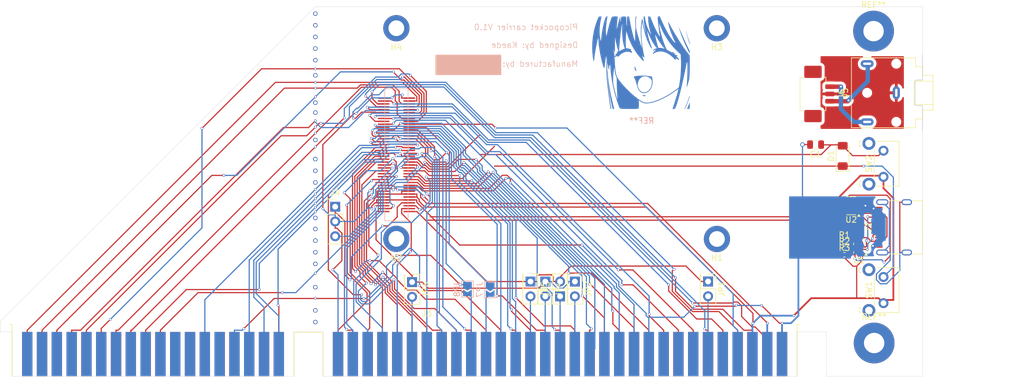
<source format=kicad_pcb>
(kicad_pcb (version 20240108) (generator "pcbnew") (generator_version "8.0")
  (layers (0 "F.Cu" signal) (31 "B.Cu" signal) (34 "B.Paste" user) (35 "F.Paste" user) (36 "B.SilkS" user "B.Silkscreen") (37 "F.SilkS" user "F.Silkscreen") (38 "B.Mask" user) (39 "F.Mask" user) (44 "Edge.Cuts" user))
  (net 0 "")
  (net 26 "D8")
  (net 27 "A13")
  (net 28 "A4")
  (net 29 "GND")
  (net 30 "+5V")
  (net 31 "D4")
  (net 32 "A7")
  (net 33 "A17")
  (net 34 "D12")
  (net 35 "D0")
  (net 36 "~{IOCS16}")
  (net 37 "IRQ3")
  (net 38 "IRQ11")
  (net 39 "AEN")
  (net 40 "A16")
  (net 41 "GIO5")
  (net 42 "IORDY")
  (net 43 "D6")
  (net 44 "A5")
  (net 45 "D13")
  (net 46 "~{IOR}")
  (net 47 "D15")
  (net 48 "D2")
  (net 49 "~{MCS16}")
  (net 50 "D1")
  (net 51 "D9")
  (net 52 "IRQ10")
  (net 53 "~{BHE}")
  (net 54 "A9")
  (net 55 "~{IOW}")
  (net 56 "A0")
  (net 57 "IRQ4")
  (net 58 "A14")
  (net 59 "~{MEMW}")
  (net 60 "~{MEMR}")
  (net 61 "~{SMEMR}")
  (net 62 "GIO6")
  (net 63 "GIO3")
  (net 64 "D14")
  (net 65 "A3")
  (net 66 "D5")
  (net 67 "A12")
  (net 68 "A18")
  (net 69 "A15")
  (net 70 "GIO2")
  (net 71 "D10")
  (net 72 "GIO1")
  (net 73 "IRQ9")
  (net 74 "RESET")
  (net 75 "A1")
  (net 76 "A10")
  (net 77 "A8")
  (net 78 "ALE")
  (net 79 "IRQ15")
  (net 80 "GIO7")
  (net 81 "IRQ5")
  (net 82 "A6")
  (net 83 "A11")
  (net 84 "A2")
  (net 85 "GIO9")
  (net 86 "D11")
  (net 87 "SYSCLK")
  (net 88 "D7")
  (net 89 "GIO8")
  (net 90 "A19")
  (net 91 "~{REFSH}")
  (net 92 "OSC")
  (net 93 "GIO4")
  (net 94 "D3")
  (net 95 "~{SMEMW}")
  (net 96 "VBUS")
  (net 97 "/CC1")
  (net 98 "/CC2")
  (net 99 "Net-(J3-DRQ3)")
  (net 100 "Net-(J3-DRQ2)")
  (net 101 "Net-(J3-~{DACK1})")
  (net 102 "Net-(J3-IRQ7)")
  (net 103 "Net-(J3-~{DACK2})")
  (net 104 "Net-(J3-IRQ6)")
  (net 105 "Net-(J3-~{DACK3})")
  (net 106 "unconnected-(J2-SHIELD-PadS1)")
  (net 107 "Net-(J3-DRQ1)")
  (net 108 "Net-(J6-Pin_1)")
  (net 109 "Net-(J6-Pin_3)")
  (net 110 "Net-(U1-SDA{slash}OUT1)")
  (net 111 "Net-(U1-SCL{slash}OUT2)")
  (net 112 "Net-(U1-ID)")
  (net 119 "/AGND")
  (footprint "Package_DFN_QFN:Texas_X2QFN-12_1.6x1.6mm_P0.4mm" (layer "F.Cu") (at 247.4 127.298 180)
    (property "Reference" "U1")
    (property "Value" "FUSB303BTMX")
  )
  (footprint "Connector_PinHeader_2.54mm:PinHeader_2x01_P2.54mm_Vertical" (layer "F.Cu") (at 191.02 133.035 -90)
    (property "Reference" "JP5")
    (property "Value" "Jumper_2_Bridged")
  )
  (footprint "Connector_Molex:Molex_PicoBlade_53261-0371_1x03-1MP_P1.25mm_Horizontal" (layer "F.Cu") (at 240 100.8 -90)
    (property "Reference" "J6")
    (property "Value" "Conn_01x03")
  )
  (footprint "Connector_USB:USB_C_Receptacle_G-Switch_GT-USB-7010ASV" (layer "F.Cu") (at 254.525 123.718 90)
    (property "Reference" "J2")
    (property "Value" "USB_C_Receptacle_USB2.0_16P")
  )
  (footprint "Connector_PinHeader_2.54mm:PinHeader_2x01_P2.54mm_Vertical" (layer "F.Cu") (at 221.5 133.025 -90)
    (property "Reference" "JP1")
    (property "Value" "Jumper_2_Open")
  )
  (footprint "Connector_PinHeader_2.54mm:PinHeader_2x01_P2.54mm_Vertical" (layer "F.Cu") (at 196.1 135.575 90)
    (property "Reference" "JP3")
    (property "Value" "Jumper_2_Open")
  )
  (footprint "Connector_Audio:Jack_3.5mm_CUI_SJ1-3523N_Horizontal" (layer "F.Cu") (at 253.8 100.6 90)
    (property "Reference" "J5")
    (property "Value" "AudioJack2_Ground")
    (fp_line (start 1.8 3.1) (end -1.8 3.1) (stroke (width 0.12)) (layer "Edge.Cuts"))
    (fp_line (start 2.2 3.5) (end 2.2 4.5) (stroke (width 0.12)) (layer "Edge.Cuts"))
    (fp_line (start -2.2 3.5) (end -2.2 4.5) (stroke (width 0.12)) (layer "Edge.Cuts"))
    (fp_line (start 2.2 4.5) (end 6.5 4.5) (stroke (width 0.12)) (layer "Edge.Cuts"))
    (fp_line (start -2.2 4.5) (end -6.5 4.5) (stroke (width 0.12)) (layer "Edge.Cuts"))
    (fp_arc (start 1.8 3.1) (mid 2.082843 3.217157) (end 2.2 3.5) (stroke (width 0.12)) (layer "Edge.Cuts"))
    (fp_arc (start -2.2 3.5) (mid -2.082842 3.217158) (end -1.8 3.1) (stroke (width 0.12)) (layer "Edge.Cuts"))
  )
  (footprint "Connector_PinHeader_2.54mm:PinHeader_1x03_P2.54mm_Vertical" (layer "F.Cu") (at 157.5 120.175)
    (property "Reference" "J4")
    (property "Value" "Conn_01x03")
  )
  (footprint "Resistor_SMD:R_0402_1005Metric" (layer "F.Cu") (at 244.9 128.423)
    (property "Reference" "R3")
    (property "Value" "100k")
  )
  (footprint "Capacitor_SMD:C_0805_2012Metric" (layer "F.Cu") (at 239.95 109.5 180)
    (property "Reference" "C1")
    (property "Value" "100n")
  )
  (footprint "Resistor_SMD:R_0402_1005Metric" (layer "F.Cu") (at 244.9 127.298)
    (property "Reference" "R2")
    (property "Value" "100k")
  )
  (footprint "Connector_PinHeader_2.54mm:PinHeader_2x01_P2.54mm_Vertical" (layer "F.Cu") (at 198.64 133.035 -90)
    (property "Reference" "JP2")
    (property "Value" "Jumper_2_Open")
  )
  (footprint "Connector_PinHeader_2.54mm:PinHeader_2x01_P2.54mm_Vertical" (layer "F.Cu") (at 170.7 133.125 -90)
    (property "Reference" "JP6")
    (property "Value" "Jumper_2_Open")
  )
  (footprint "Connector_PCBEdge:BUS_AT" (layer "F.Cu") (at 234.19 145.51)
    (property "Reference" "J3")
    (property "Value" "Bus_ISA_16bit")
  )
  (footprint "Button_Switch_THT:SW_Tactile_SKHH_Angled" (layer "F.Cu") (at 251.6 110.548 -90)
    (property "Reference" "SW2")
    (property "Value" "SW_Push")
  )
  (footprint "MountingHole:MountingHole_2.7mm_M2.5_ISO14580_Pad" (layer "F.Cu") (at 168 125.7 180)
    (property "Reference" "H2")
    (property "Value" "MountingHole")
  )
  (footprint "MountingHole:MountingHole_2.7mm_M2.5_ISO14580_Pad" (layer "F.Cu") (at 223 89.5 180)
    (property "Reference" "H3")
    (property "Value" "MountingHole")
  )
  (footprint "MountingHole:MountingHole_2.7mm_M2.5_ISO14580_Pad" (layer "F.Cu") (at 168 89.5 180)
    (property "Reference" "H4")
    (property "Value" "MountingHole")
  )
  (footprint "Package_TO_SOT_SMD:SOT-23-5" (layer "F.Cu") (at 246.0625 119.998 180)
    (property "Reference" "U2")
    (property "Value" "AP2141DWG")
  )
  (footprint "MountingHole:MountingHole_2.7mm_M2.5_ISO14580_Pad" (layer "F.Cu") (at 223.0216 125.7209 180)
    (property "Reference" "H1")
    (property "Value" "MountingHole")
  )
  (footprint "Button_Switch_THT:SW_Tactile_SKHH_Angled" (layer "F.Cu") (at 251.6 132.248 -90)
    (property "Reference" "SW1")
    (property "Value" "SW_Push")
  )
  (footprint "MountingHole:MountingHole_3.5mm_Pad" (layer "F.Cu") (at 249.9 90)
    (property "Reference" "REF**")
    (property "Value" "MountingHole_3.5mm_Pad")
  )
  (footprint "MountingHole:MountingHole_3.5mm_Pad" (layer "F.Cu") (at 250 143.6)
    (property "Reference" "REF**")
    (property "Value" "MountingHole_3.5mm_Pad")
  )
  (footprint "Resistor_SMD:R_0402_1005Metric" (layer "F.Cu") (at 244.9 126.198)
    (property "Reference" "R1")
    (property "Value" "100k")
  )
  (footprint "Connector_PinHeader_2.54mm:PinHeader_2x01_P2.54mm_Vertical" (layer "F.Cu") (at 193.56 133.035 -90)
    (property "Reference" "JP4")
    (property "Value" "Jumper_2_Bridged")
  )
  (footprint "Diode_SMD:D_MiniMELF" (layer "F.Cu") (at 244.6 111.448 90)
    (property "Reference" "D1")
    (property "Value" "LL4148")
  )
  (footprint "libs:XKB Male 80P 0.5P" (layer "B.Cu") (at 166.0137 122.5071)
    (property "Reference" "J1")
    (property "Value" "Conn_02x40_Odd_Even")
  )
  (footprint "Jumper:SolderJumper-2_P1.3mm_Open_TrianglePad1.0x1.5mm" (layer "B.Cu") (at 184.1 134.425 -90)
    (property "Reference" "JP7")
    (property "Value" "Jumper_2_Open")
  )
  (footprint "logo:happyface" (layer "B.Cu") (at 210.1 105.9 180)
    (property "Reference" "REF**")
    (property "Value" "happyface")
  )
  (footprint "Jumper:SolderJumper-2_P1.3mm_Open_TrianglePad1.0x1.5mm" (layer "B.Cu") (at 180.2 134.325 -90)
    (property "Reference" "JP8")
    (property "Value" "Jumper_2_Open")
  )
  (gr_rect (start 174.75 94.1) (end 185.95 97.5) (stroke (width 0.1)) (fill solid) (layer "B.SilkS"))
  (gr_line (start 100 141.7) (end 100 139.9) (stroke (width 0.05)) (layer "Edge.Cuts"))
  (gr_line (start 236.73 149.32) (end 236.73 141.7) (stroke (width 0.05)) (layer "Edge.Cuts"))
  (gr_line (start 258.3 85.8) (end 154.1 85.8) (stroke (width 0.05)) (layer "Edge.Cuts"))
  (gr_line (start 102.11 141.7) (end 102.11 149.32) (stroke (width 0.05)) (layer "Edge.Cuts"))
  (gr_line (start 150.37 141.7) (end 155.45 141.7) (stroke (width 0.05)) (layer "Edge.Cuts"))
  (gr_line (start 100 141.7) (end 102.11 141.7) (stroke (width 0.05)) (layer "Edge.Cuts"))
  (gr_line (start 155.45 141.7) (end 155.45 149.32) (stroke (width 0.05)) (layer "Edge.Cuts"))
  (gr_line (start 258.3 85.8) (end 258.3 94.1) (stroke (width 0.05)) (layer "Edge.Cuts"))
  (gr_line (start 155.45 149.32) (end 236.73 149.32) (stroke (width 0.05)) (layer "Edge.Cuts"))
  (gr_line (start 150.37 149.32) (end 150.37 141.7) (stroke (width 0.05)) (layer "Edge.Cuts"))
  (gr_line (start 241.81 149.32) (end 258.32 149.32) (stroke (width 0.05)) (layer "Edge.Cuts"))
  (gr_line (start 241.81 141.7) (end 241.81 149.32) (stroke (width 0.05)) (layer "Edge.Cuts"))
  (gr_line (start 236.73 141.7) (end 241.81 141.7) (stroke (width 0.05)) (layer "Edge.Cuts"))
  (gr_line (start 258.3 107.1) (end 258.32 149.32) (stroke (width 0.05)) (layer "Edge.Cuts"))
  (gr_line (start 102.11 149.32) (end 150.37 149.32) (stroke (width 0.05)) (layer "Edge.Cuts"))
  (gr_line (start 154.1 85.8) (end 100 139.9) (stroke (width 0.05)) (layer "Edge.Cuts"))
  (gr_text "Designed by: Kaede\n\nManufactured by: " (at 199.25 96.2 -0) (layer "B.SilkS") (effects (font (size 1 1) (thickness 0.1)) (justify left bottom mirror)))
  (gr_text "Picopocket carrier V1.0" (at 199.25 89.9 0) (layer "B.SilkS") (effects (font (size 1 1) (thickness 0.1)) (justify left bottom mirror)))
  (via (at 154.1 97.6) (size 0.75) (drill 0.5) (layers "F.Cu" "B.Cu") (net 0))
  (via (at 154.1 138) (size 0.75) (drill 0.5) (layers "F.Cu" "B.Cu") (net 0))
  (via (at 154.1 89) (size 0.75) (drill 0.5) (layers "F.Cu" "B.Cu") (net 0))
  (via (at 154.1 116) (size 0.75) (drill 0.5) (layers "F.Cu" "B.Cu") (net 0))
  (via (at 154.1 87) (size 0.75) (drill 0.5) (layers "F.Cu" "B.Cu") (net 0))
  (via (at 154.1 112) (size 0.75) (drill 0.5) (layers "F.Cu" "B.Cu") (net 0))
  (via (at 154.1 114) (size 0.75) (drill 0.5) (layers "F.Cu" "B.Cu") (net 0))
  (via (at 154.1 108.7) (size 0.75) (drill 0.5) (layers "F.Cu" "B.Cu") (net 0))
  (via (at 154.1 134) (size 0.75) (drill 0.5) (layers "F.Cu" "B.Cu") (net 0))
  (via (at 154.1 102.3) (size 0.75) (drill 0.5) (layers "F.Cu" "B.Cu") (net 0))
  (via (at 154.1 130) (size 0.75) (drill 0.5) (layers "F.Cu" "B.Cu") (net 0))
  (via (at 154.1 128) (size 0.75) (drill 0.5) (layers "F.Cu" "B.Cu") (net 0))
  (via (at 154.1 93) (size 0.75) (drill 0.5) (layers "F.Cu" "B.Cu") (net 0))
  (via (at 154.1 122.1) (size 0.75) (drill 0.5) (layers "F.Cu" "B.Cu") (net 0))
  (via (at 154.1 91) (size 0.75) (drill 0.5) (layers "F.Cu" "B.Cu") (net 0))
  (via (at 154.1 95) (size 0.75) (drill 0.5) (layers "F.Cu" "B.Cu") (net 0))
  (via (at 154.1 126) (size 0.75) (drill 0.5) (layers "F.Cu" "B.Cu") (net 0))
  (via (at 154.1 104) (size 0.75) (drill 0.5) (layers "F.Cu" "B.Cu") (net 0))
  (via (at 154.1 140) (size 0.75) (drill 0.5) (layers "F.Cu" "B.Cu") (net 0))
  (via (at 154.1 124) (size 0.75) (drill 0.5) (layers "F.Cu" "B.Cu") (net 0))
  (segment (start 173.1367 100.3416) (end 170.4043 97.6092) (width 0.2) (layer "F.Cu") (net 26))
  (segment (start 173.1367 104.0256) (end 173.1367 100.3416) (width 0.2) (layer "F.Cu") (net 26))
  (segment (start 122.5741 141.3999) (end 122.43 141.3999) (width 0.2) (layer "F.Cu") (net 26))
  (segment (start 154.1 109.874) (end 154.1 109.9) (width 0.2) (layer "F.Cu") (net 26))
  (segment (start 122.43 145.51) (end 122.43 141.3999) (width 0.2) (layer "F.Cu") (net 26))
  (segment (start 170.2137 105.5071) (end 171.5138 105.5071) (width 0.2) (layer "F.Cu") (net 26))
  (segment (start 171.6552 105.5071) (end 173.1367 104.0256) (width 0.2) (layer "F.Cu") (net 26))
  (segment (start 171.5138 105.5071) (end 171.6552 105.5071) (width 0.2) (layer "F.Cu") (net 26))
  (segment (start 154.1 109.9) (end 154.074 109.9) (width 0.2) (layer "F.Cu") (net 26))
  (segment (start 154.074 109.9) (end 122.5741 141.3999) (width 0.2) (layer "F.Cu") (net 26))
  (segment (start 159.0666 104.9074) (end 154.1 109.874) (width 0.2) (layer "F.Cu") (net 26))
  (via (at 159.0666 104.9074) (size 0.45) (drill 0.3) (layers "F.Cu" "B.Cu") (net 26))
  (via (at 170.4043 97.6092) (size 0.45) (drill 0.3) (layers "F.Cu" "B.Cu") (net 26))
  (via (at 154.1 109.9) (size 0.45) (drill 0.3) (layers "F.Cu" "B.Cu") (net 26))
  (segment (start 168.3168 97.8903) (end 164.4741 97.8903) (width 0.2) (layer "B.Cu") (net 26))
  (segment (start 159.0666 103.2978) (end 159.0666 104.9074) (width 0.2) (layer "B.Cu") (net 26))
  (segment (start 168.8522 97.3549) (end 168.3168 97.8903) (width 0.2) (layer "B.Cu") (net 26))
  (segment (start 164.4741 97.8903) (end 159.0666 103.2978) (width 0.2) (layer "B.Cu") (net 26))
  (segment (start 170.4043 97.6092) (end 170.15 97.3549) (width 0.2) (layer "B.Cu") (net 26))
  (segment (start 170.15 97.3549) (end 168.8522 97.3549) (width 0.2) (layer "B.Cu") (net 26))
  (segment (start 191.01 145.51) (end 191.01 141.3999) (width 0.2) (layer "F.Cu") (net 27))
  (segment (start 165.8137 109.0071) (end 164.2744 109.0071) (width 0.2) (layer "F.Cu") (net 27))
  (segment (start 187.7717 137.8608) (end 187.7717 138.1616) (width 0.2) (layer "F.Cu") (net 27))
  (segment (start 187.7717 138.1616) (end 191.01 141.3999) (width 0.2) (layer "F.Cu") (net 27))
  (segment (start 164.2744 109.0071) (end 163.7068 108.4395) (width 0.2) (layer "F.Cu") (net 27))
  (via (at 163.7068 108.4395) (size 0.45) (drill 0.3) (layers "F.Cu" "B.Cu") (net 27))
  (via (at 187.7717 137.8608) (size 0.45) (drill 0.3) (layers "F.Cu" "B.Cu") (net 27))
  (segment (start 179.9229 114.559) (end 179.2597 113.8958) (width 0.2) (layer "B.Cu") (net 27))
  (segment (start 165.2134 107.562) (end 164.336 108.4394) (width 0.2) (layer "B.Cu") (net 27))
  (segment (start 175.2202 107.562) (end 165.2134 107.562) (width 0.2) (layer "B.Cu") (net 27))
  (segment (start 179.9229 115.3922) (end 179.9229 114.559) (width 0.2) (layer "B.Cu") (net 27))
  (segment (start 187.7717 137.8608) (end 187.5068 137.5959) (width 0.2) (layer "B.Cu") (net 27))
  (segment (start 164.336 108.4394) (end 163.7068 108.4394) (width 0.2) (layer "B.Cu") (net 27))
  (segment (start 179.0016 113.8958) (end 178.266 113.1602) (width 0.2) (layer "B.Cu") (net 27))
  (segment (start 187.5068 137.5959) (end 187.5068 122.9761) (width 0.2) (layer "B.Cu") (net 27))
  (segment (start 179.2597 113.8958) (end 179.0016 113.8958) (width 0.2) (layer "B.Cu") (net 27))
  (segment (start 178.266 110.6078) (end 175.2202 107.562) (width 0.2) (layer "B.Cu") (net 27))
  (segment (start 187.5068 122.9761) (end 179.9229 115.3922) (width 0.2) (layer "B.Cu") (net 27))
  (segment (start 163.7068 108.4394) (end 163.7068 108.4395) (width 0.2) (layer "B.Cu") (net 27))
  (segment (start 178.266 113.1602) (end 178.266 110.6078) (width 0.2) (layer "B.Cu") (net 27))
  (segment (start 167.2432 113.5071) (end 167.2653 113.5292) (width 0.2) (layer "F.Cu") (net 28))
  (segment (start 164.743 132.0375) (end 162.4761 129.7706) (width 0.2) (layer "F.Cu") (net 28))
  (segment (start 168.15 137.0375) (end 166.091 134.9785) (width 0.2) (layer "F.Cu") (net 28))
  (segment (start 166.091 133.964) (end 164.743 132.616) (width 0.2) (layer "F.Cu") (net 28))
  (segment (start 166.091 134.9785) (end 166.091 133.964) (width 0.2) (layer "F.Cu") (net 28))
  (segment (start 165.8137 113.5071) (end 167.2432 113.5071) (width 0.2) (layer "F.Cu") (net 28))
  (segment (start 162.4761 129.7706) (end 162.4761 119.2314) (width 0.2) (layer "F.Cu") (net 28))
  (segment (start 164.743 132.616) (end 164.743 132.0375) (width 0.2) (layer "F.Cu") (net 28))
  (segment (start 163.5805 118.127) (end 163.7662 118.127) (width 0.2) (layer "F.Cu") (net 28))
  (segment (start 168.15 145.51) (end 168.15 137.0375) (width 0.2) (layer "F.Cu") (net 28))
  (segment (start 162.4761 119.2314) (end 163.5805 118.127) (width 0.2) (layer "F.Cu") (net 28))
  (via (at 167.2653 113.5292) (size 0.45) (drill 0.3) (layers "F.Cu" "B.Cu") (net 28))
  (via (at 163.7662 118.127) (size 0.45) (drill 0.3) (layers "F.Cu" "B.Cu") (net 28))
  (segment (start 164.0411 116.7534) (end 164.0411 117.8521) (width 0.2) (layer "B.Cu") (net 28))
  (segment (start 164.0411 117.8521) (end 163.7662 118.127) (width 0.2) (layer "B.Cu") (net 28))
  (segment (start 167.2653 113.5292) (end 164.0411 116.7534) (width 0.2) (layer "B.Cu") (net 28))
  (segment (start 164.5136 116.3789) (end 164.5136 116.0071) (width 0.2) (layer "F.Cu") (net 29))
  (segment (start 164.6137 119.407) (end 164.5637 119.457) (width 0.2) (layer "F.Cu") (net 29))
  (segment (start 164.6137 119.0071) (end 164.6137 119.407) (width 0.2) (layer "F.Cu") (net 29))
  (segment (start 171.5137 119.0871) (end 171.5137 119.4137) (width 0.2) (layer "F.Cu") (net 29))
  (segment (start 165.8137 101.5071) (end 167.1138 101.5071) (width 0.2) (layer "F.Cu") (net 29))
  (segment (start 167.1138 101.5071) (end 167.2147 101.5071) (width 0.2) (layer "F.Cu") (net 29))
  (segment (start 161.0741 104.1501) (end 160.7425 104.1501) (width 0.2) (layer "F.Cu") (net 29))
  (segment (start 158.6518 124.7294) (end 157.7875 123.8651) (width 0.2) (layer "F.Cu") (net 29))
  (segment (start 250.8 120.518) (end 249.92 120.518) (width 0.3) (layer "F.Cu") (net 29))
  (segment (start 249.82 126.918) (end 249.8 126.898) (width 0.3) (layer "F.Cu") (net 29))
  (segment (start 247.6 128.123) (end 247.6 128.773) (width 0.2) (layer "F.Cu") (net 29))
  (segment (start 171.4337 119.0071) (end 171.5137 119.0871) (width 0.2) (layer "F.Cu") (net 29))
  (segment (start 165.2137 119.0071) (end 164.6137 119.0071) (width 0.2) (layer "F.Cu") (net 29))
  (segment (start 178.8619 126.7619) (end 199.8627 126.7619) (width 0.2) (layer "F.Cu") (net 29))
  (segment (start 233.7462 140.2) (end 230.697 137.1508) (width 0.2) (layer "F.Cu") (net 29))
  (segment (start 247.6 128.773) (end 247.475 128.898) (width 0.2) (layer "F.Cu") (net 29))
  (segment (start 158.6518 129.4443) (end 158.6518 124.7294) (width 0.2) (layer "F.Cu") (net 29))
  (segment (start 247.475 128.823) (end 247.475 128.898) (width 0.2) (layer "F.Cu") (net 29))
  (segment (start 247.2 128.123) (end 247.2 128.548) (width 0.2) (layer "F.Cu") (net 29))
  (segment (start 163.4587 117.4338) (end 164.5136 116.3789) (width 0.2) (layer "F.Cu") (net 29))
  (segment (start 226.3254 137.0871) (end 226.1407 137.2718) (width 0.2) (layer "F.Cu") (net 29))
  (segment (start 157.0935 131.0026) (end 158.6518 129.4443) (width 0.2) (layer "F.Cu") (net 29))
  (segment (start 171.5137 119.4137) (end 178.8619 126.7619) (width 0.2) (layer "F.Cu") (net 29))
  (segment (start 247.2 128.548) (end 247.475 128.823) (width 0.2) (layer "F.Cu") (net 29))
  (segment (start 167.2147 101.5071) (end 167.2556 101.4662) (width 0.2) (layer "F.Cu") (net 29))
  (segment (start 163.8015 120.5697) (end 163.8015 120.0475) (width 0.2) (layer "F.Cu") (net 29))
  (segment (start 163.8015 120.0475) (end 164.3419 119.5071) (width 0.2) (layer "F.Cu") (net 29))
  (segment (start 170.2137 119.0071) (end 165.8137 119.0071) (width 0.2) (layer "F.Cu") (net 29))
  (segment (start 160.7425 104.1501) (end 155.3829 109.5097) (width 0.2) (layer "F.Cu") (net 29))
  (segment (start 165.8137 116.0071) (end 164.5136 116.0071) (width 0.2) (layer "F.Cu") (net 29))
  (segment (start 164.3419 119.5071) (end 164.5136 119.5071) (width 0.2) (layer "F.Cu") (net 29))
  (segment (start 155.3829 109.5097) (end 155.3829 120.5204) (width 0.2) (layer "F.Cu") (net 29))
  (segment (start 170.2137 119.0071) (end 171.4337 119.0071) (width 0.2) (layer "F.Cu") (net 29))
  (segment (start 157.5 122.715) (end 157.5 123.8651) (width 0.2) (layer "F.Cu") (net 29))
  (segment (start 164.5136 119.507) (end 164.5136 119.5071) (width 0.2) (layer "F.Cu") (net 29))
  (segment (start 157.7875 123.8651) (end 157.5 123.8651) (width 0.2) (layer "F.Cu") (net 29))
  (segment (start 226.1407 137.2718) (end 219.2161 137.2718) (width 0.2) (layer "F.Cu") (net 29))
  (segment (start 164.5637 119.457) (end 164.5636 119.457) (width 0.2) (layer "F.Cu") (net 29))
  (segment (start 165.2137 119.0071) (end 165.8137 119.0071) (width 0.2) (layer "F.Cu") (net 29))
  (segment (start 164.5636 119.457) (end 164.5136 119.507) (width 0.2) (layer "F.Cu") (net 29))
  (segment (start 170.2137 101.5071) (end 168.9136 101.5071) (width 0.2) (layer "F.Cu") (net 29))
  (segment (start 168.9136 101.5071) (end 168.9136 101.0763) (width 0.2) (layer "F.Cu") (net 29))
  (segment (start 165.8137 119.5071) (end 164.5136 119.5071) (width 0.2) (layer "F.Cu") (net 29))
  (segment (start 239 109.5) (end 237.7 109.5) (width 0.2) (layer "F.Cu") (net 29))
  (segment (start 247.2 119.998) (end 248.5 119.998) (width 0.3) (layer "F.Cu") (net 29))
  (segment (start 250.8 126.918) (end 249.82 126.918) (width 0.3) (layer "F.Cu") (net 29))
  (segment (start 234.2 140.2) (end 233.7462 140.2) (width 0.2) (layer "F.Cu") (net 29))
  (segment (start 249.92 120.518) (end 249.9 120.498) (width 0.3) (layer "F.Cu") (net 29))
  (segment (start 168.9136 101.0763) (end 169.0298 100.9601) (width 0.2) (layer "F.Cu") (net 29))
  (via (at 219.2161 137.2718) (size 0.45) (drill 0.3) (layers "F.Cu" "B.Cu") (net 29))
  (via (at 237.7 109.5) (size 0.75) (drill 0.5) (layers "F.Cu" "B.Cu") (net 29))
  (via (at 163.8015 120.5697) (size 0.45) (drill 0.3) (layers "F.Cu" "B.Cu") (net 29))
  (via (at 163.4587 117.4338) (size 0.45) (drill 0.3) (layers "F.Cu" "B.Cu") (net 29))
  (via (at 249.9 120.498) (size 0.45) (drill 0.3) (layers "F.Cu" "B.Cu") (net 29))
  (via (at 230.697 137.1508) (size 0.45) (drill 0.3) (layers "F.Cu" "B.Cu") (net 29))
  (via (at 234.2 140.2) (size 0.45) (drill 0.3) (layers "F.Cu" "B.Cu") (net 29))
  (via (at 248.5 119.998) (size 0.45) (drill 0.3) (layers "F.Cu" "B.Cu") (net 29))
  (via (at 167.2556 101.4662) (size 0.45) (drill 0.3) (layers "F.Cu" "B.Cu") (net 29))
  (via (at 199.8627 126.7619) (size 0.45) (drill 0.3) (layers "F.Cu" "B.Cu") (net 29))
  (via (at 169.0298 100.9601) (size 0.45) (drill 0.3) (layers "F.Cu" "B.Cu") (net 29))
  (via (at 157.0935 131.0026) (size 0.45) (drill 0.3) (layers "F.Cu" "B.Cu") (net 29))
  (via (at 155.3829 120.5204) (size 0.45) (drill 0.3) (layers "F.Cu" "B.Cu") (net 29))
  (via (at 161.0741 104.1501) (size 0.45) (drill 0.3) (layers "F.Cu" "B.Cu") (net 29))
  (via (at 247.475 128.898) (size 0.45) (drill 0.3) (layers "F.Cu" "B.Cu") (net 29))
  (via (at 226.3254 137.0871) (size 0.45) (drill 0.3) (layers "F.Cu" "B.Cu") (net 29))
  (via (at 249.8 126.898) (size 0.45) (drill 0.3) (layers "F.Cu" "B.Cu") (net 29))
  (segment (start 160.7682 122.715) (end 158.6501 122.715) (width 0.2) (layer "B.Cu") (net 29))
  (segment (start 237 138.913) (end 237 128.8) (width 0.3) (layer "B.Cu") (net 29))
  (segment (start 161.0741 104.1501) (end 163.758 101.4662) (width 0.2) (layer "B.Cu") (net 29))
  (segment (start 206.1743 133.0735) (end 206.1743 133.8124) (width 0.2) (layer "B.Cu") (net 29))
  (segment (start 234.19 145.51) (end 234.19 140.21) (width 0.3) (layer "B.Cu") (net 29))
  (segment (start 206.1743 133.8124) (end 210.8578 138.4959) (width 0.2) (layer "B.Cu") (net 29))
  (segment (start 211.33 145.51) (end 211.33 139.1755) (width 0.2) (layer "B.Cu") (net 29))
  (segment (start 163.1051 117.7874) (end 163.1051 120.3781) (width 0.2) (layer "B.Cu") (net 29))
  (segment (start 163.1051 120.3781) (end 163.6099 120.3781) (width 0.2) (layer "B.Cu") (net 29))
  (segment (start 211.1655 139.1755) (end 211.33 139.1755) (width 0.2) (layer "B.Cu") (net 29))
  (segment (start 169.0298 100.9601) (end 167.7617 100.9601) (width 0.2) (layer "B.Cu") (net 29))
  (segment (start 210.8578 138.4959) (end 210.8578 138.8678) (width 0.2) (layer "B.Cu") (net 29))
  (segment (start 157.5 122.715) (end 157.5 121.5649) (width 0.2) (layer "B.Cu") (net 29))
  (segment (start 226.3891 137.1508) (end 226.3254 137.0871) (width 0.2) (layer "B.Cu") (net 29))
  (segment (start 157.5 121.5649) (end 156.4274 121.5649) (width 0.2) (layer "B.Cu") (net 29))
  (segment (start 163.4587 117.4338) (end 163.1051 117.7874) (width 0.2) (layer "B.Cu") (net 29))
  (segment (start 234.2 140.2) (end 235.713 140.2) (width 0.3) (layer "B.Cu") (net 29))
  (segment (start 234.19 140.21) (end 234.2 140.2) (width 0.3) (layer "B.Cu") (net 29))
  (segment (start 199.8627 126.7619) (end 206.1743 133.0735) (width 0.2) (layer "B.Cu") (net 29))
  (segment (start 157.99 131.8991) (end 157.99 145.51) (width 0.2) (layer "B.Cu") (net 29))
  (segment (start 237.7 109.5) (end 237.7 118.9) (width 0.2) (layer "B.Cu") (net 29))
  (segment (start 210.8578 138.8678) (end 211.1655 139.1755) (width 0.2) (layer "B.Cu") (net 29))
  (segment (start 167.7617 100.9601) (end 167.2556 101.4662) (width 0.2) (layer "B.Cu") (net 29))
  (segment (start 157.0935 131.0026) (end 157.99 131.8991) (width 0.2) (layer "B.Cu") (net 29))
  (segment (start 163.6099 120.3781) (end 163.8015 120.5697) (width 0.2) (layer "B.Cu") (net 29))
  (segment (start 163.758 101.4662) (end 167.2556 101.4662) (width 0.2) (layer "B.Cu") (net 29))
  (segment (start 219.2161 137.2718) (end 217.3124 139.1755) (width 0.2) (layer "B.Cu") (net 29))
  (segment (start 156.4274 121.5649) (end 155.3829 120.5204) (width 0.2) (layer "B.Cu") (net 29))
  (segment (start 163.1051 120.3781) (end 160.7682 122.715) (width 0.2) (layer "B.Cu") (net 29))
  (segment (start 158.0751 122.715) (end 158.6501 122.715) (width 0.2) (layer "B.Cu") (net 29))
  (segment (start 230.697 137.1508) (end 226.3891 137.1508) (width 0.2) (layer "B.Cu") (net 29))
  (segment (start 158.0751 122.715) (end 157.5 122.715) (width 0.2) (layer "B.Cu") (net 29))
  (segment (start 217.3124 139.1755) (end 211.33 139.1755) (width 0.2) (layer "B.Cu") (net 29))
  (segment (start 235.713 140.2) (end 237 138.913) (width 0.3) (layer "B.Cu") (net 29))
  (segment (start 165.2465 117.5071) (end 165.8137 117.5071) (width 0.2) (layer "F.Cu") (net 30))
  (segment (start 251.4 114.848) (end 251.6 115.048) (width 0.3) (layer "F.Cu") (net 30))
  (segment (start 243.912 119.936) (end 243.912 118.586) (width 0.3) (layer "F.Cu") (net 30))
  (segment (start 164.6793 118.0243) (end 164.6965 118.0071) (width 0.2) (layer "F.Cu") (net 30))
  (segment (start 210.9306 120.2383) (end 229.2 138.5077) (width 0.2) (layer "F.Cu") (net 30))
  (segment (start 164.6965 118.0071) (end 164.6965 117.5243) (width 0.2) (layer "F.Cu") (net 30))
  (segment (start 248 129.398) (end 247 130.398) (width 0.2) (layer "F.Cu") (net 30))
  (segment (start 164.6965 118.0071) (end 165.3137 118.0071) (width 0.2) (layer "F.Cu") (net 30))
  (segment (start 171.5138 118.0071) (end 171.5138 118.5071) (width 0.2) (layer "F.Cu") (net 30))
  (segment (start 169.7137 118.0071) (end 169.0172 118.0071) (width 0.2) (layer "F.Cu") (net 30))
  (segment (start 165.2465 118.5071) (end 164.6793 118.5071) (width 0.2) (layer "F.Cu") (net 30))
  (segment (start 253.3 118.7) (end 253.3 136.198) (width 0.3) (layer "F.Cu") (net 30))
  (segment (start 170.2137 117.5071) (end 168.9136 117.5071) (width 0.2) (layer "F.Cu") (net 30))
  (segment (start 170.2137 118.0071) (end 169.7137 118.0071) (width 0.2) (layer "F.Cu") (net 30))
  (segment (start 168.81 118.0071) (end 168.9136 117.9035) (width 0.2) (layer "F.Cu") (net 30))
  (segment (start 246.365 130.398) (end 244.39 128.423) (width 0.2) (layer "F.Cu") (net 30))
  (segment (start 171.5138 118.5071) (end 171.9137 118.907) (width 0.2) (layer "F.Cu") (net 30))
  (segment (start 251.6 117) (end 253.3 118.7) (width 0.3) (layer "F.Cu") (net 30))
  (segment (start 172.903986 120.2383) (end 210.9306 120.2383) (width 0.2) (layer "F.Cu") (net 30))
  (segment (start 163.2763 119.9903) (end 164.1786 119.088) (width 0.2) (layer "F.Cu") (net 30))
  (segment (start 170.2137 118.0071) (end 171.5138 118.0071) (width 0.2) (layer "F.Cu") (net 30))
  (segment (start 165.2465 118.5071) (end 165.8137 118.5071) (width 0.2) (layer "F.Cu") (net 30))
  (segment (start 229.2 138.5077) (end 229.2 140.2) (width 0.2) (layer "F.Cu") (net 30))
  (segment (start 170.2137 118.5071) (end 171.5138 118.5071) (width 0.2) (layer "F.Cu") (net 30))
  (segment (start 165.5637 118.0071) (end 165.8137 118.0071) (width 0.2) (layer "F.Cu") (net 30))
  (segment (start 171.9137 118.907) (end 171.9137 119.248014) (width 0.2) (layer "F.Cu") (net 30))
  (segment (start 247.65 114.848) (end 251.4 114.848) (width 0.3) (layer "F.Cu") (net 30))
  (segment (start 163.2763 126.8904) (end 163.2763 119.9903) (width 0.2) (layer "F.Cu") (net 30))
  (segment (start 165.8137 118.0071) (end 168.81 118.0071) (width 0.2) (layer "F.Cu") (net 30))
  (segment (start 244.39 127.298) (end 244.39 126.198) (width 0.2) (layer "F.Cu") (net 30))
  (segment (start 236.2 138.9) (end 239.202 135.898) (width 0.3) (layer "F.Cu") (net 30))
  (segment (start 164.1786 118.8661) (end 164.5376 118.5071) (width 0.2) (layer "F.Cu") (net 30))
  (segment (start 247 130.398) (end 247 135.898) (width 0.2) (layer "F.Cu") (net 30))
  (segment (start 247 130.398) (end 246.365 130.398) (width 0.2) (layer "F.Cu") (net 30))
  (segment (start 253.3 136.198) (end 252.15 136.198) (width 0.3) (layer "F.Cu") (net 30))
  (segment (start 164.6793 118.5071) (end 164.6793 118.0243) (width 0.2) (layer "F.Cu") (net 30))
  (segment (start 239.202 135.898) (end 247 135.898) (width 0.3) (layer "F.Cu") (net 30))
  (segment (start 243.912 118.586) (end 247.65 114.848) (width 0.3) (layer "F.Cu") (net 30))
  (segment (start 247 135.898) (end 250.75 135.898) (width 0.3) (layer "F.Cu") (net 30))
  (segment (start 164.8685 128.4826) (end 163.2763 126.8904) (width 0.2) (layer "F.Cu") (net 30))
  (segment (start 244.925 120.948) (end 243.912 119.936) (width 0.3) (layer "F.Cu") (net 30))
  (segment (start 164.6965 117.5243) (end 164.6793 117.5071) (width 0.2) (layer "F.Cu") (net 30))
  (segment (start 168.9136 117.9035) (end 168.9136 117.5071) (width 0.2) (layer "F.Cu") (net 30))
  (segment (start 169.0172 118.0071) (end 168.9136 117.9035) (width 0.2) (layer "F.Cu") (net 30))
  (segment (start 165.2465 117.5071) (end 164.6793 117.5071) (width 0.2) (layer "F.Cu") (net 30))
  (segment (start 171.9137 119.248014) (end 172.903986 120.2383) (width 0.2) (layer "F.Cu") (net 30))
  (segment (start 252.15 136.198) (end 251.6 136.748) (width 0.3) (layer "F.Cu") (net 30))
  (segment (start 247 135.898) (end 250.75 135.898) (width 0.2) (layer "F.Cu") (net 30))
  (segment (start 244.39 128.423) (end 244.39 127.298) (width 0.2) (layer "F.Cu") (net 30))
  (segment (start 165.5637 118.0071) (end 165.3137 118.0071) (width 0.2) (layer "F.Cu") (net 30))
  (segment (start 164.5376 118.5071) (end 164.6793 118.5071) (width 0.2) (layer "F.Cu") (net 30))
  (segment (start 164.1786 119.088) (end 164.1786 118.8661) (width 0.2) (layer "F.Cu") (net 30))
  (segment (start 248 128.123) (end 248 129.398) (width 0.2) (layer "F.Cu") (net 30))
  (segment (start 251.6 115.048) (end 251.6 117) (width 0.3) (layer "F.Cu") (net 30))
  (segment (start 250.75 135.898) (end 251.6 136.748) (width 0.3) (layer "F.Cu") (net 30))
  (via (at 164.8685 128.4826) (size 0.45) (drill 0.3) (layers "F.Cu" "B.Cu") (net 30))
  (via (at 236.2 138.9) (size 0.45) (drill 0.3) (layers "F.Cu" "B.Cu") (net 30))
  (via (at 229.2 140.2) (size 0.45) (drill 0.3) (layers "F.Cu" "B.Cu") (net 30))
  (segment (start 160.6863 132.9524) (end 160.6863 139.0162) (width 0.2) (layer "B.Cu") (net 30))
  (segment (start 230.5 138.9) (end 236.2 138.9) (width 0.3) (layer "B.Cu") (net 30))
  (segment (start 160.6863 139.0162) (end 163.07 141.3999) (width 0.2) (layer "B.Cu") (net 30))
  (segment (start 229.11 145.51) (end 229.11 140.29) (width 0.3) (layer "B.Cu") (net 30))
  (segment (start 229.11 140.29) (end 229.2 140.2) (width 0.3) (layer "B.Cu") (net 30))
  (segment (start 163.07 145.51) (end 163.07 141.3999) (width 0.2) (layer "B.Cu") (net 30))
  (segment (start 229.2 140.2) (end 230.5 138.9) (width 0.3) (layer "B.Cu") (net 30))
  (segment (start 164.8685 128.7702) (end 160.6863 132.9524) (width 0.2) (layer "B.Cu") (net 30))
  (segment (start 164.8685 128.4826) (end 164.8685 128.7702) (width 0.2) (layer "B.Cu") (net 30))
  (segment (start 214.7372 134.667) (end 219.5424 139.4722) (width 0.2) (layer "F.Cu") (net 31))
  (segment (start 219.5424 139.4722) (end 222.1023 139.4722) (width 0.2) (layer "F.Cu") (net 31))
  (segment (start 222.1023 139.4722) (end 224.03 141.3999) (width 0.2) (layer "F.Cu") (net 31))
  (segment (start 163.4533 103.5071) (end 163.0149 103.0687) (width 0.2) (layer "F.Cu") (net 31))
  (segment (start 165.8137 103.5071) (end 163.4533 103.5071) (width 0.2) (layer "F.Cu") (net 31))
  (segment (start 214.7372 133.5719) (end 214.7372 134.667) (width 0.2) (layer "F.Cu") (net 31))
  (segment (start 224.03 145.51) (end 224.03 141.3999) (width 0.2) (layer "F.Cu") (net 31))
  (via (at 214.7372 133.5719) (size 0.45) (drill 0.3) (layers "F.Cu" "B.Cu") (net 31))
  (via (at 163.0149 103.0687) (size 0.45) (drill 0.3) (layers "F.Cu" "B.Cu") (net 31))
  (segment (start 163.0149 103.0687) (end 163.0149 103.0686) (width 0.2) (layer "B.Cu") (net 31))
  (segment (start 183.6661 109.1104) (end 190.2757 109.1104) (width 0.2) (layer "B.Cu") (net 31))
  (segment (start 168.4539 103.0686) (end 168.5132 103.0093) (width 0.2) (layer "B.Cu") (net 31))
  (segment (start 163.0149 103.0686) (end 168.4539 103.0686) (width 0.2) (layer "B.Cu") (net 31))
  (segment (start 168.5132 103.0093) (end 177.565 103.0093) (width 0.2) (layer "B.Cu") (net 31))
  (segment (start 177.565 103.0093) (end 183.6661 109.1104) (width 0.2) (layer "B.Cu") (net 31))
  (segment (start 190.2757 109.1104) (end 214.7372 133.5719) (width 0.2) (layer "B.Cu") (net 31))
  (segment (start 165.6685 131.4317) (end 167.0574 132.8206) (width 0.2) (layer "F.Cu") (net 32))
  (segment (start 167.2913 134.4814) (end 174.2098 141.3999) (width 0.2) (layer "F.Cu") (net 32))
  (segment (start 164.3922 112.0071) (end 165.8137 112.0071) (width 0.2) (layer "F.Cu") (net 32))
  (segment (start 162.2935 131.2854) (end 161.2758 130.2677) (width 0.2) (layer "F.Cu") (net 32))
  (segment (start 167.0574 132.8206) (end 167.0574 132.9445) (width 0.2) (layer "F.Cu") (net 32))
  (segment (start 167.0574 132.9445) (end 167.2913 133.1784) (width 0.2) (layer "F.Cu") (net 32))
  (segment (start 163.6448 133.3922) (end 163.6448 133.2588) (width 0.2) (layer "F.Cu") (net 32))
  (segment (start 161.2758 130.2677) (end 161.2758 115.1235) (width 0.2) (layer "F.Cu") (net 32))
  (segment (start 175.77 145.51) (end 175.77 141.3999) (width 0.2) (layer "F.Cu") (net 32))
  (segment (start 174.2098 141.3999) (end 175.77 141.3999) (width 0.2) (layer "F.Cu") (net 32))
  (segment (start 167.2913 133.1784) (end 167.2913 134.4814) (width 0.2) (layer "F.Cu") (net 32))
  (segment (start 161.2758 115.1235) (end 164.3922 112.0071) (width 0.2) (layer "F.Cu") (net 32))
  (segment (start 163.6448 133.2588) (end 162.2935 131.9075) (width 0.2) (layer "F.Cu") (net 32))
  (segment (start 162.2935 131.9075) (end 162.2935 131.2854) (width 0.2) (layer "F.Cu") (net 32))
  (via (at 163.6448 133.3922) (size 0.45) (drill 0.3) (layers "F.Cu" "B.Cu") (net 32))
  (via (at 165.6685 131.4317) (size 0.45) (drill 0.3) (layers "F.Cu" "B.Cu") (net 32))
  (segment (start 163.708 133.3922) (end 163.6448 133.3922) (width 0.2) (layer "B.Cu") (net 32))
  (segment (start 165.6685 131.4317) (end 163.708 133.3922) (width 0.2) (layer "B.Cu") (net 32))
  (segment (start 201.2534 141.3999) (end 201.17 141.3999) (width 0.2) (layer "F.Cu") (net 33))
  (segment (start 201.4879 141.1654) (end 201.2534 141.3999) (width 0.2) (layer "F.Cu") (net 33))
  (segment (start 201.17 145.51) (end 201.17 141.3999) (width 0.2) (layer "F.Cu") (net 33))
  (segment (start 167.1138 107.0071) (end 167.5583 107.0071) (width 0.2) (layer "F.Cu") (net 33))
  (segment (start 167.5583 107.0071) (end 168.7289 105.8365) (width 0.2) (layer "F.Cu") (net 33))
  (segment (start 165.8137 107.0071) (end 167.1138 107.0071) (width 0.2) (layer "F.Cu") (net 33))
  (via (at 201.4879 141.1654) (size 0.45) (drill 0.3) (layers "F.Cu" "B.Cu") (net 33))
  (via (at 168.7289 105.8365) (size 0.45) (drill 0.3) (layers "F.Cu" "B.Cu") (net 33))
  (segment (start 201.4879 141.1654) (end 200.6199 140.2974) (width 0.2) (layer "B.Cu") (net 33))
  (segment (start 200.6199 132.1993) (end 183.8781 115.4575) (width 0.2) (layer "B.Cu") (net 33))
  (segment (start 179.8664 109.9238) (end 175.7791 105.8365) (width 0.2) (layer "B.Cu") (net 33))
  (segment (start 179.8664 111.0216) (end 179.8664 109.9238) (width 0.2) (layer "B.Cu") (net 33))
  (segment (start 175.7791 105.8365) (end 168.7289 105.8365) (width 0.2) (layer "B.Cu") (net 33))
  (segment (start 182.3235 114.0443) (end 182.3235 113.4787) (width 0.2) (layer "B.Cu") (net 33))
  (segment (start 183.8781 115.4575) (end 183.7367 115.4575) (width 0.2) (layer "B.Cu") (net 33))
  (segment (start 183.7367 115.4575) (end 182.3235 114.0443) (width 0.2) (layer "B.Cu") (net 33))
  (segment (start 182.3235 113.4787) (end 179.8664 111.0216) (width 0.2) (layer "B.Cu") (net 33))
  (segment (start 200.6199 140.2974) (end 200.6199 132.1993) (width 0.2) (layer "B.Cu") (net 33))
  (segment (start 171.6083 103.5071) (end 171.6461 103.5449) (width 0.2) (layer "F.Cu") (net 34))
  (segment (start 113.7934 141.3999) (end 112.27 141.3999) (width 0.2) (layer "F.Cu") (net 34))
  (segment (start 154.1 105.4) (end 152.9312 106.5688) (width 0.2) (layer "F.Cu") (net 34))
  (segment (start 148.6245 106.5688) (end 113.7934 141.3999) (width 0.2) (layer "F.Cu") (net 34))
  (segment (start 170.2137 103.5071) (end 171.6083 103.5071) (width 0.2) (layer "F.Cu") (net 34))
  (segment (start 152.9312 106.5688) (end 148.6245 106.5688) (width 0.2) (layer "F.Cu") (net 34))
  (segment (start 112.27 141.3999) (end 112.27 145.51) (width 0.2) (layer "F.Cu") (net 34))
  (via (at 171.6461 103.5449) (size 0.45) (drill 0.3) (layers "F.Cu" "B.Cu") (net 34))
  (via (at 154.1 105.4) (size 0.45) (drill 0.3) (layers "F.Cu" "B.Cu") (net 34))
  (segment (start 154.1 105.4) (end 154.1 105.636663) (width 0.2) (layer "B.Cu") (net 34))
  (segment (start 171.571 103.62) (end 171.6461 103.5449) (width 0.2) (layer "B.Cu") (net 34))
  (segment (start 154.1 105.636663) (end 155.032137 106.5688) (width 0.2) (layer "B.Cu") (net 34))
  (segment (start 162.7576 103.62) (end 171.571 103.62) (width 0.2) (layer "B.Cu") (net 34))
  (segment (start 155.032137 106.5688) (end 159.8088 106.5688) (width 0.2) (layer "B.Cu") (net 34))
  (segment (start 159.8088 106.5688) (end 162.7576 103.62) (width 0.2) (layer "B.Cu") (net 34))
  (segment (start 211.3829 138.9128) (end 213.87 141.3999) (width 0.2) (layer "F.Cu") (net 35))
  (segment (start 163.4404 104.4669) (end 163.4404 104.5975) (width 0.2) (layer "F.Cu") (net 35))
  (segment (start 164.35 105.5071) (end 165.8137 105.5071) (width 0.2) (layer "F.Cu") (net 35))
  (segment (start 163.4404 104.5975) (end 164.35 105.5071) (width 0.2) (layer "F.Cu") (net 35))
  (segment (start 213.87 145.51) (end 213.87 141.3999) (width 0.2) (layer "F.Cu") (net 35))
  (segment (start 211.3829 138.6504) (end 211.3829 138.9128) (width 0.2) (layer "F.Cu") (net 35))
  (via (at 163.4404 104.4669) (size 0.45) (drill 0.3) (layers "F.Cu" "B.Cu") (net 35))
  (via (at 211.3829 138.6504) (size 0.45) (drill 0.3) (layers "F.Cu" "B.Cu") (net 35))
  (segment (start 163.7962 104.1111) (end 178.101 104.1111) (width 0.2) (layer "B.Cu") (net 35))
  (segment (start 163.4404 104.4669) (end 163.7962 104.1111) (width 0.2) (layer "B.Cu") (net 35))
  (segment (start 183.5004 109.5105) (end 185.3583 109.5105) (width 0.2) (layer "B.Cu") (net 35))
  (segment (start 185.3583 109.5105) (end 211.3829 135.5351) (width 0.2) (layer "B.Cu") (net 35))
  (segment (start 178.101 104.1111) (end 183.5004 109.5105) (width 0.2) (layer "B.Cu") (net 35))
  (segment (start 211.3829 135.5351) (end 211.3829 138.6504) (width 0.2) (layer "B.Cu") (net 35))
  (segment (start 170.2137 109.5071) (end 171.5509 109.5071) (width 0.2) (layer "F.Cu") (net 36))
  (segment (start 171.5509 109.5071) (end 171.6426 109.5988) (width 0.2) (layer "F.Cu") (net 36))
  (via (at 171.6426 109.5988) (size 0.45) (drill 0.3) (layers "F.Cu" "B.Cu") (net 36))
  (via (at 154.1 118.8) (size 0.45) (drill 0.3) (layers "F.Cu" "B.Cu") (net 36))
  (segment (start 143.5347 135.7299) (end 143.5347 129.3653) (width 0.2) (layer "B.Cu") (net 36))
  (segment (start 154.1 118.8) (end 162.0642 110.8358) (width 0.2) (layer "B.Cu") (net 36))
  (segment (start 171.4563 109.4125) (end 171.6426 109.5988) (width 0.2) (layer "B.Cu") (net 36))
  (segment (start 166.4736 109.4125) (end 171.4563 109.4125) (width 0.2) (layer "B.Cu") (net 36))
  (segment (start 145.29 137.4852) (end 143.5347 135.7299) (width 0.2) (layer "B.Cu") (net 36))
  (segment (start 165.0503 110.8358) (end 166.4736 109.4125) (width 0.2) (layer "B.Cu") (net 36))
  (segment (start 145.29 145.51) (end 145.29 137.4852) (width 0.2) (layer "B.Cu") (net 36))
  (segment (start 162.0642 110.8358) (end 165.0503 110.8358) (width 0.2) (layer "B.Cu") (net 36))
  (segment (start 143.5347 129.3653) (end 154.1 118.8) (width 0.2) (layer "B.Cu") (net 36))
  (segment (start 177.1267 110.5768) (end 173.057 106.5071) (width 0.2) (layer "F.Cu") (net 37))
  (segment (start 173.057 106.5071) (end 170.2137 106.5071) (width 0.2) (layer "F.Cu") (net 37))
  (segment (start 172.4066 111.0071) (end 172.4066 111.315) (width 0.2) (layer "F.Cu") (net 37))
  (segment (start 176.6485 112.9162) (end 177.1267 112.438) (width 0.2) (layer "F.Cu") (net 37))
  (segment (start 174.0078 112.9162) (end 176.6485 112.9162) (width 0.2) (layer "F.Cu") (net 37))
  (segment (start 177.1267 112.438) (end 177.1267 110.5768) (width 0.2) (layer "F.Cu") (net 37))
  (segment (start 172.4066 111.315) (end 174.0078 112.9162) (width 0.2) (layer "F.Cu") (net 37))
  (via (at 172.4066 111.0071) (size 0.45) (drill 0.3) (layers "F.Cu" "B.Cu") (net 37))
  (segment (start 174.5823 112.3591) (end 174.5823 119.978) (width 0.2) (layer "B.Cu") (net 37))
  (segment (start 173.2303 111.0071) (end 174.5823 112.3591) (width 0.2) (layer "B.Cu") (net 37))
  (segment (start 173.23 121.3303) (end 173.23 145.51) (width 0.2) (layer "B.Cu") (net 37))
  (segment (start 172.4066 111.0071) (end 173.2303 111.0071) (width 0.2) (layer "B.Cu") (net 37))
  (segment (start 174.5823 119.978) (end 173.23 121.3303) (width 0.2) (layer "B.Cu") (net 37))
  (segment (start 173.0082 111.3508) (end 173.0082 110.2218) (width 0.2) (layer "F.Cu") (net 38))
  (segment (start 176.5406 112.2815) (end 176.306 112.5161) (width 0.2) (layer "F.Cu") (net 38))
  (segment (start 154.147 135.947) (end 162.4117 135.947) (width 0.2) (layer "F.Cu") (net 38))
  (segment (start 147.0161 135.947) (end 154.053 135.947) (width 0.2) (layer "F.Cu") (net 38))
  (segment (start 174.1735 112.5161) (end 173.0082 111.3508) (width 0.2) (layer "F.Cu") (net 38))
  (segment (start 176.306 112.5161) (end 174.1735 112.5161) (width 0.2) (layer "F.Cu") (net 38))
  (segment (start 154.053 135.947) (end 154.1 135.9) (width 0.2) (layer "F.Cu") (net 38))
  (segment (start 173.0082 110.2218) (end 171.2935 108.5071) (width 0.2) (layer "F.Cu") (net 38))
  (segment (start 154.1 135.9) (end 154.147 135.947) (width 0.2) (layer "F.Cu") (net 38))
  (segment (start 173.896 128.5354) (end 178.93 133.5694) (width 0.2) (layer "F.Cu") (net 38))
  (segment (start 141.8258 141.1373) (end 147.0161 135.947) (width 0.2) (layer "F.Cu") (net 38))
  (segment (start 171.2935 108.5071) (end 170.2137 108.5071) (width 0.2) (layer "F.Cu") (net 38))
  (segment (start 168.1251 128.5354) (end 173.896 128.5354) (width 0.2) (layer "F.Cu") (net 38))
  (via (at 176.5406 112.2815) (size 0.45) (drill 0.3) (layers "F.Cu" "B.Cu") (net 38))
  (via (at 141.8258 141.1373) (size 0.45) (drill 0.3) (layers "F.Cu" "B.Cu") (net 38))
  (via (at 178.93 133.5694) (size 0.45) (drill 0.3) (layers "F.Cu" "B.Cu") (net 38))
  (via (at 154.1 135.9) (size 0.45) (drill 0.3) (layers "F.Cu" "B.Cu") (net 38))
  (via (at 168.1251 128.5354) (size 0.45) (drill 0.3) (layers "F.Cu" "B.Cu") (net 38))
  (via (at 162.4117 135.947) (size 0.45) (drill 0.3) (layers "F.Cu" "B.Cu") (net 38))
  (segment (start 180.2 133.6) (end 176.5406 129.9406) (width 0.2) (layer "B.Cu") (net 38))
  (segment (start 178.93 133.5694) (end 180.1694 133.5694) (width 0.2) (layer "B.Cu") (net 38))
  (segment (start 176.5406 129.9406) (end 176.5406 112.2815) (width 0.2) (layer "B.Cu") (net 38))
  (segment (start 166.3106 132.443) (end 162.8066 135.947) (width 0.2) (layer "B.Cu") (net 38))
  (segment (start 140.21 145.51) (end 140.21 141.3999) (width 0.2) (layer "B.Cu") (net 38))
  (segment (start 166.3106 130.3499) (end 166.3106 132.443) (width 0.2) (layer "B.Cu") (net 38))
  (segment (start 162.8066 135.947) (end 162.4117 135.947) (width 0.2) (layer "B.Cu") (net 38))
  (segment (start 141.5632 141.3999) (end 141.8258 141.1373) (width 0.2) (layer "B.Cu") (net 38))
  (segment (start 168.1251 128.5354) (end 166.3106 130.3499) (width 0.2) (layer "B.Cu") (net 38))
  (segment (start 180.1694 133.5694) (end 180.2 133.6) (width 0.2) (layer "B.Cu") (net 38))
  (segment (start 140.21 141.3999) (end 141.5632 141.3999) (width 0.2) (layer "B.Cu") (net 38))
  (segment (start 172.6739 113.0675) (end 173.0275 113.0675) (width 0.2) (layer "F.Cu") (net 39))
  (segment (start 171.6497 112.0071) (end 172.3662 112.7236) (width 0.2) (layer "F.Cu") (net 39))
  (segment (start 173.0275 113.0675) (end 173.6764 113.7164) (width 0.2) (layer "F.Cu") (net 39))
  (segment (start 176.9798 113.7164) (end 178.658 112.0382) (width 0.2) (layer "F.Cu") (net 39))
  (segment (start 201.2744 133.4944) (end 201.1456 133.4944) (width 0.2) (layer "F.Cu") (net 39))
  (segment (start 172.3662 112.7236) (end 172.3662 112.7598) (width 0.2) (layer "F.Cu") (net 39))
  (segment (start 208.79 145.51) (end 208.79 141.3999) (width 0.2) (layer "F.Cu") (net 39))
  (segment (start 208.79 141.3999) (end 208.79 141.01) (width 0.2) (layer "F.Cu") (net 39))
  (segment (start 173.6764 113.7164) (end 176.9798 113.7164) (width 0.2) (layer "F.Cu") (net 39))
  (segment (start 172.3662 112.7598) (end 172.6739 113.0675) (width 0.2) (layer "F.Cu") (net 39))
  (segment (start 208.79 141.01) (end 201.2744 133.4944) (width 0.2) (layer "F.Cu") (net 39))
  (segment (start 178.658 112.0382) (end 181.6258 112.0382) (width 0.2) (layer "F.Cu") (net 39))
  (segment (start 170.2137 112.0071) (end 171.6497 112.0071) (width 0.2) (layer "F.Cu") (net 39))
  (segment (start 181.6258 112.0382) (end 181.6819 112.0943) (width 0.2) (layer "F.Cu") (net 39))
  (via (at 201.1456 133.4944) (size 0.45) (drill 0.3) (layers "F.Cu" "B.Cu") (net 39))
  (via (at 181.6819 112.0943) (size 0.45) (drill 0.3) (layers "F.Cu" "B.Cu") (net 39))
  (segment (start 201.1456 133.4944) (end 201.1456 132.0885) (width 0.2) (layer "B.Cu") (net 39))
  (segment (start 183.8117 114.9668) (end 182.7236 113.8787) (width 0.2) (layer "B.Cu") (net 39))
  (segment (start 182.7236 113.136) (end 181.6819 112.0943) (width 0.2) (layer "B.Cu") (net 39))
  (segment (start 182.7236 113.8787) (end 182.7236 113.136) (width 0.2) (layer "B.Cu") (net 39))
  (segment (start 201.1456 132.0885) (end 184.0239 114.9668) (width 0.2) (layer "B.Cu") (net 39))
  (segment (start 184.0239 114.9668) (end 183.8117 114.9668) (width 0.2) (layer "B.Cu") (net 39))
  (segment (start 193.3483 140.6582) (end 188.5253 135.8352) (width 0.2) (layer "F.Cu") (net 40))
  (segment (start 165.8137 107.5071) (end 164.5136 107.5071) (width 0.2) (layer "F.Cu") (net 40))
  (segment (start 198.63 141.3999) (end 197.8883 140.6582) (width 0.2) (layer "F.Cu") (net 40))
  (segment (start 164.407 107.5071) (end 164.3697 107.5444) (width 0.2) (layer "F.Cu") (net 40))
  (segment (start 164.5136 107.5071) (end 164.407 107.5071) (width 0.2) (layer "F.Cu") (net 40))
  (segment (start 197.8883 140.6582) (end 193.3483 140.6582) (width 0.2) (layer "F.Cu") (net 40))
  (segment (start 198.63 145.51) (end 198.63 141.3999) (width 0.2) (layer "F.Cu") (net 40))
  (via (at 188.5253 135.8352) (size 0.45) (drill 0.3) (layers "F.Cu" "B.Cu") (net 40))
  (via (at 164.3697 107.5444) (size 0.45) (drill 0.3) (layers "F.Cu" "B.Cu") (net 40))
  (segment (start 188.5253 135.8352) (end 188.5252 135.8352) (width 0.2) (layer "B.Cu") (net 40))
  (segment (start 188.5252 135.8352) (end 188.5252 122.5093) (width 0.2) (layer "B.Cu") (net 40))
  (segment (start 188.5252 122.5093) (end 179.5116 113.4957) (width 0.2) (layer "B.Cu") (net 40))
  (segment (start 178.6661 110.4421) (end 175.3859 107.1619) (width 0.2) (layer "B.Cu") (net 40))
  (segment (start 164.7522 107.1619) (end 164.3697 107.5444) (width 0.2) (layer "B.Cu") (net 40))
  (segment (start 179.1673 113.4957) (end 178.6661 112.9945) (width 0.2) (layer "B.Cu") (net 40))
  (segment (start 175.3859 107.1619) (end 164.7522 107.1619) (width 0.2) (layer "B.Cu") (net 40))
  (segment (start 178.6661 112.9945) (end 178.6661 110.4421) (width 0.2) (layer "B.Cu") (net 40))
  (segment (start 179.5116 113.4957) (end 179.1673 113.4957) (width 0.2) (layer "B.Cu") (net 40))
  (segment (start 171.3071 120.0071) (end 170.2137 120.0071) (width 0.2) (layer "F.Cu") (net 41))
  (segment (start 248.2 113.198) (end 244.6 113.198) (width 0.2) (layer "F.Cu") (net 41))
  (segment (start 172 120.7) (end 171.3071 120.0071) (width 0.2) (layer "F.Cu") (net 41))
  (segment (start 173.394 115.3462) (end 173.1209 115.0731) (width 0.2) (layer "F.Cu") (net 41))
  (segment (start 179.2969 115.3462) (end 173.394 115.3462) (width 0.2) (layer "F.Cu") (net 41))
  (segment (start 244.6 113.198) (end 184.8431 113.198) (width 0.2) (layer "F.Cu") (net 41))
  (segment (start 184.8431 109.8) (end 179.2969 115.3462) (width 0.2) (layer "F.Cu") (net 41))
  (via (at 172 120.7) (size 0.45) (drill 0.3) (layers "F.Cu" "B.Cu") (net 41))
  (via (at 173.1209 115.0731) (size 0.45) (drill 0.3) (layers "F.Cu" "B.Cu") (net 41))
  (via (at 248.2 113.198) (size 0.45) (drill 0.3) (layers "F.Cu" "B.Cu") (net 41))
  (segment (start 173.7822 119.183814) (end 173.7822 115.7344) (width 0.2) (layer "B.Cu") (net 41))
  (segment (start 172 120.7) (end 172.266014 120.7) (width 0.2) (layer "B.Cu") (net 41))
  (segment (start 253.15 130.698) (end 253.3 130.698) (width 0.2) (layer "B.Cu") (net 41))
  (segment (start 251.376 113.198) (end 248.2 113.198) (width 0.2) (layer "B.Cu") (net 41))
  (segment (start 172.266014 120.7) (end 173.7822 119.183814) (width 0.2) (layer "B.Cu") (net 41))
  (segment (start 253.3 130.698) (end 253.3 115.122) (width 0.2) (layer "B.Cu") (net 41))
  (segment (start 253.3 115.122) (end 251.376 113.198) (width 0.2) (layer "B.Cu") (net 41))
  (segment (start 173.7822 115.7344) (end 173.1209 115.0731) (width 0.2) (layer "B.Cu") (net 41))
  (segment (start 251.6 132.248) (end 253.15 130.698) (width 0.2) (layer "B.Cu") (net 41))
  (segment (start 171.9661 112.9255) (end 172.5082 113.4676) (width 0.2) (layer "F.Cu") (net 42))
  (segment (start 173.5107 114.1165) (end 178.0454 114.1165) (width 0.2) (layer "F.Cu") (net 42))
  (segment (start 211.33 145.51) (end 211.33 141.3999) (width 0.2) (layer "F.Cu") (net 42))
  (segment (start 171.9661 112.8893) (end 171.9661 112.9255) (width 0.2) (layer "F.Cu") (net 42))
  (segment (start 171.5839 112.5071) (end 171.9661 112.8893) (width 0.2) (layer "F.Cu") (net 42))
  (segment (start 170.2137 112.5071) (end 171.5839 112.5071) (width 0.2) (layer "F.Cu") (net 42))
  (segment (start 172.5082 113.4676) (end 172.8618 113.4676) (width 0.2) (layer "F.Cu") (net 42))
  (segment (start 178.0454 114.1165) (end 179.5914 112.5705) (width 0.2) (layer "F.Cu") (net 42))
  (segment (start 172.8618 113.4676) (end 173.5107 114.1165) (width 0.2) (layer "F.Cu") (net 42))
  (segment (start 197.5847 131.5853) (end 201.5154 131.5853) (width 0.2) (layer "F.Cu") (net 42))
  (segment (start 201.5154 131.5853) (end 211.33 141.3999) (width 0.2) (layer "F.Cu") (net 42))
  (via (at 179.5914 112.5705) (size 0.45) (drill 0.3) (layers "F.Cu" "B.Cu") (net 42))
  (via (at 197.5847 131.5853) (size 0.45) (drill 0.3) (layers "F.Cu" "B.Cu") (net 42))
  (segment (start 197.5847 130.4372) (end 179.718 112.5705) (width 0.2) (layer "B.Cu") (net 42))
  (segment (start 197.5847 131.5853) (end 197.5847 130.4372) (width 0.2) (layer "B.Cu") (net 42))
  (segment (start 179.718 112.5705) (end 179.5914 112.5705) (width 0.2) (layer "B.Cu") (net 42))
  (segment (start 163.8158 101.5536) (end 163.8158 100.4227) (width 0.2) (layer "F.Cu") (net 43))
  (segment (start 164.7693 102.5071) (end 163.8158 101.5536) (width 0.2) (layer "F.Cu") (net 43))
  (segment (start 218.9987 137.7969) (end 224.0423 137.7969) (width 0.2) (layer "F.Cu") (net 43))
  (segment (start 215.9112 134.7094) (end 218.9987 137.7969) (width 0.2) (layer "F.Cu") (net 43))
  (segment (start 227.6453 141.3999) (end 229.11 141.3999) (width 0.2) (layer "F.Cu") (net 43))
  (segment (start 165.8137 102.5071) (end 164.7693 102.5071) (width 0.2) (layer "F.Cu") (net 43))
  (segment (start 229.11 145.51) (end 229.11 141.3999) (width 0.2) (layer "F.Cu") (net 43))
  (segment (start 215.9112 132.3752) (end 215.9112 134.7094) (width 0.2) (layer "F.Cu") (net 43))
  (segment (start 224.0423 137.7969) (end 227.6453 141.3999) (width 0.2) (layer "F.Cu") (net 43))
  (via (at 163.8158 100.4227) (size 0.45) (drill 0.3) (layers "F.Cu" "B.Cu") (net 43))
  (via (at 215.9112 132.3752) (size 0.45) (drill 0.3) (layers "F.Cu" "B.Cu") (net 43))
  (segment (start 191.3876 107.8516) (end 215.9112 132.3752) (width 0.2) (layer "B.Cu") (net 43))
  (segment (start 176.2991 99.1972) (end 184.9535 107.8516) (width 0.2) (layer "B.Cu") (net 43))
  (segment (start 184.9535 107.8516) (end 191.3876 107.8516) (width 0.2) (layer "B.Cu") (net 43))
  (segment (start 163.8158 100.4227) (end 165.0413 99.1972) (width 0.2) (layer "B.Cu") (net 43))
  (segment (start 165.0413 99.1972) (end 176.2991 99.1972) (width 0.2) (layer "B.Cu") (net 43))
  (segment (start 166.9695 113.0071) (end 165.8137 113.0071) (width 0.2) (layer "F.Cu") (net 44))
  (segment (start 170.69 139.0117) (end 166.4911 134.8128) (width 0.2) (layer "F.Cu") (net 44))
  (segment (start 165.1431 132.4503) (end 165.1431 131.8718) (width 0.2) (layer "F.Cu") (net 44))
  (segment (start 166.4911 134.8128) (end 166.4911 133.7983) (width 0.2) (layer "F.Cu") (net 44))
  (segment (start 170.69 145.51) (end 170.69 141.3999) (width 0.2) (layer "F.Cu") (net 44))
  (segment (start 165.1431 131.8718) (end 162.8762 129.6049) (width 0.2) (layer "F.Cu") (net 44))
  (segment (start 167.2463 112.7303) (end 166.9695 113.0071) (width 0.2) (layer "F.Cu") (net 44))
  (segment (start 162.8762 119.5738) (end 163.6535 118.7965) (width 0.2) (layer "F.Cu") (net 44))
  (segment (start 166.4911 133.7983) (end 165.1431 132.4503) (width 0.2) (layer "F.Cu") (net 44))
  (segment (start 167.4434 112.7303) (end 167.2463 112.7303) (width 0.2) (layer "F.Cu") (net 44))
  (segment (start 170.69 141.3999) (end 170.69 139.0117) (width 0.2) (layer "F.Cu") (net 44))
  (segment (start 162.8762 129.6049) (end 162.8762 119.5738) (width 0.2) (layer "F.Cu") (net 44))
  (via (at 167.4434 112.7303) (size 0.45) (drill 0.3) (layers "F.Cu" "B.Cu") (net 44))
  (via (at 163.6535 118.7965) (size 0.45) (drill 0.3) (layers "F.Cu" "B.Cu") (net 44))
  (segment (start 163.8917 118.7965) (end 163.6535 118.7965) (width 0.2) (layer "B.Cu") (net 44))
  (segment (start 164.4412 118.247) (end 163.8917 118.7965) (width 0.2) (layer "B.Cu") (net 44))
  (segment (start 164.4412 117.2695) (end 164.4412 118.247) (width 0.2) (layer "B.Cu") (net 44))
  (segment (start 167.4434 112.7303) (end 167.8019 113.0888) (width 0.2) (layer "B.Cu") (net 44))
  (segment (start 167.8019 113.0888) (end 167.8019 113.9088) (width 0.2) (layer "B.Cu") (net 44))
  (segment (start 167.8019 113.9088) (end 164.4412 117.2695) (width 0.2) (layer "B.Cu") (net 44))
  (segment (start 169.3 98.4051) (end 171.9163 101.0214) (width 0.2) (layer "F.Cu") (net 45))
  (segment (start 136.3382 114.7917) (end 109.73 141.3999) (width 0.2) (layer "F.Cu") (net 45))
  (segment (start 170.2137 103.0071) (end 171.5138 103.0071) (width 0.2) (layer "F.Cu") (net 45))
  (segment (start 167.5182 97.0035) (end 167.5182 97.0711) (width 0.2) (layer "F.Cu") (net 45))
  (segment (start 109.73 145.51) (end 109.73 141.3999) (width 0.2) (layer "F.Cu") (net 45))
  (segment (start 171.9163 101.0214) (end 171.9163 102.6046) (width 0.2) (layer "F.Cu") (net 45))
  (segment (start 168.8522 98.4051) (end 169.3 98.4051) (width 0.2) (layer "F.Cu") (net 45))
  (segment (start 171.9163 102.6046) (end 171.5138 103.0071) (width 0.2) (layer "F.Cu") (net 45))
  (segment (start 167.5182 97.0711) (end 168.8522 98.4051) (width 0.2) (layer "F.Cu") (net 45))
  (segment (start 138.3844 114.7917) (end 136.3382 114.7917) (width 0.2) (layer "F.Cu") (net 45))
  (via (at 154.1 101.3) (size 0.45) (drill 0.3) (layers "F.Cu" "B.Cu") (net 45))
  (via (at 167.5182 97.0035) (size 0.45) (drill 0.3) (layers "F.Cu" "B.Cu") (net 45))
  (via (at 138.3844 114.7917) (size 0.45) (drill 0.3) (layers "F.Cu" "B.Cu") (net 45))
  (segment (start 158.3965 97.0035) (end 154.1 101.3) (width 0.2) (layer "B.Cu") (net 45))
  (segment (start 154.1 101.3) (end 140.6083 114.7917) (width 0.2) (layer "B.Cu") (net 45))
  (segment (start 140.6083 114.7917) (end 138.3844 114.7917) (width 0.2) (layer "B.Cu") (net 45))
  (segment (start 167.5182 97.0035) (end 158.3965 97.0035) (width 0.2) (layer "B.Cu") (net 45))
  (segment (start 172.9343 116.1948) (end 181.7446 116.1948) (width 0.2) (layer "F.Cu") (net 46))
  (segment (start 171.7466 115.0071) (end 172.9343 116.1948) (width 0.2) (layer "F.Cu") (net 46))
  (segment (start 170.2137 115.0071) (end 171.7466 115.0071) (width 0.2) (layer "F.Cu") (net 46))
  (segment (start 181.7446 116.1948) (end 183.7636 114.1758) (width 0.2) (layer "F.Cu") (net 46))
  (via (at 183.7636 114.1758) (size 0.45) (drill 0.3) (layers "F.Cu" "B.Cu") (net 46))
  (segment (start 202.0581 132.4352) (end 183.7987 114.1758) (width 0.2) (layer "B.Cu") (net 46))
  (segment (start 183.7987 114.1758) (end 183.7636 114.1758) (width 0.2) (layer "B.Cu") (net 46))
  (segment (start 201.17 145.51) (end 202.0581 144.6219) (width 0.2) (layer "B.Cu") (net 46))
  (segment (start 202.0581 144.6219) (end 202.0581 132.4352) (width 0.2) (layer "B.Cu") (net 46))
  (segment (start 154.1052 98.8052) (end 169.0568 98.8052) (width 0.2) (layer "F.Cu") (net 47))
  (segment (start 170.2137 102.0071) (end 171.5138 102.0071) (width 0.2) (layer "F.Cu") (net 47))
  (segment (start 154.1 98.8) (end 154.1052 98.8052) (width 0.2) (layer "F.Cu") (net 47))
  (segment (start 154.0948 98.8052) (end 154.1 98.8) (width 0.2) (layer "F.Cu") (net 47))
  (segment (start 104.65 141.3999) (end 147.2447 98.8052) (width 0.2) (layer "F.Cu") (net 47))
  (segment (start 147.2447 98.8052) (end 154.0948 98.8052) (width 0.2) (layer "F.Cu") (net 47))
  (segment (start 104.65 145.51) (end 104.65 141.3999) (width 0.2) (layer "F.Cu") (net 47))
  (segment (start 169.0568 98.8052) (end 171.5138 101.2622) (width 0.2) (layer "F.Cu") (net 47))
  (segment (start 171.5138 101.2622) (end 171.5138 102.0071) (width 0.2) (layer "F.Cu") (net 47))
  (via (at 154.1 98.8) (size 0.45) (drill 0.3) (layers "F.Cu" "B.Cu") (net 47))
  (segment (start 164.5136 104.5071) (end 164.5136 104.5595) (width 0.2) (layer "F.Cu") (net 48))
  (segment (start 218.95 145.51) (end 218.95 141.3999) (width 0.2) (layer "F.Cu") (net 48))
  (segment (start 208.5909 131.0408) (end 218.95 141.3999) (width 0.2) (layer "F.Cu") (net 48))
  (segment (start 165.8137 104.5071) (end 164.5136 104.5071) (width 0.2) (layer "F.Cu") (net 48))
  (segment (start 164.5136 104.5595) (end 164.3658 104.7073) (width 0.2) (layer "F.Cu") (net 48))
  (segment (start 206.0769 131.0408) (end 208.5909 131.0408) (width 0.2) (layer "F.Cu") (net 48))
  (via (at 206.0769 131.0408) (size 0.45) (drill 0.3) (layers "F.Cu" "B.Cu") (net 48))
  (via (at 164.3658 104.7073) (size 0.45) (drill 0.3) (layers "F.Cu" "B.Cu") (net 48))
  (segment (start 183.5827 110.7111) (end 177.3828 104.5112) (width 0.2) (layer "B.Cu") (net 48))
  (segment (start 206.0769 131.0408) (end 185.7472 110.7111) (width 0.2) (layer "B.Cu") (net 48))
  (segment (start 164.5619 104.5112) (end 164.3658 104.7073) (width 0.2) (layer "B.Cu") (net 48))
  (segment (start 185.7472 110.7111) (end 183.5827 110.7111) (width 0.2) (layer "B.Cu") (net 48))
  (segment (start 177.3828 104.5112) (end 164.5619 104.5112) (width 0.2) (layer "B.Cu") (net 48))
  (segment (start 170.2137 110.0071) (end 169.0801 110.0071) (width 0.2) (layer "F.Cu") (net 49))
  (segment (start 169.0801 110.0071) (end 168.9051 109.8321) (width 0.2) (layer "F.Cu") (net 49))
  (segment (start 168.9051 109.8321) (end 168.0036 109.8321) (width 0.2) (layer "F.Cu") (net 49))
  (segment (start 168.0036 109.8321) (end 167.8718 109.9639) (width 0.2) (layer "F.Cu") (net 49))
  (via (at 154.078768 119.578768) (size 0.45) (drill 0.3) (layers "F.Cu" "B.Cu") (net 49))
  (via (at 167.8718 109.9639) (size 0.45) (drill 0.3) (layers "F.Cu" "B.Cu") (net 49))
  (segment (start 147.83 138.9903) (end 147.83 145.51) (width 0.2) (layer "B.Cu") (net 49))
  (segment (start 165.2527 111.2359) (end 166.5247 109.9639) (width 0.2) (layer "B.Cu") (net 49))
  (segment (start 143.9431 129.714436) (end 143.9431 135.1034) (width 0.2) (layer "B.Cu") (net 49))
  (segment (start 162.4641 111.2359) (end 165.2527 111.2359) (width 0.2) (layer "B.Cu") (net 49))
  (segment (start 166.5247 109.9639) (end 167.8718 109.9639) (width 0.2) (layer "B.Cu") (net 49))
  (segment (start 154.078768 119.578768) (end 143.9431 129.714436) (width 0.2) (layer "B.Cu") (net 49))
  (segment (start 154.078768 119.578768) (end 154.121232 119.578768) (width 0.2) (layer "B.Cu") (net 49))
  (segment (start 143.9431 135.1034) (end 147.83 138.9903) (width 0.2) (layer "B.Cu") (net 49))
  (segment (start 154.121232 119.578768) (end 162.4641 111.2359) (width 0.2) (layer "B.Cu") (net 49))
  (segment (start 216.41 141.3999) (end 208.6051 133.595) (width 0.2) (layer "F.Cu") (net 50))
  (segment (start 208.6051 133.595) (end 206.6994 133.595) (width 0.2) (layer "F.Cu") (net 50))
  (segment (start 165.8137 105.0071) (end 167.4285 105.0071) (width 0.2) (layer "F.Cu") (net 50))
  (segment (start 216.41 145.51) (end 216.41 141.3999) (width 0.2) (layer "F.Cu") (net 50))
  (segment (start 167.4285 105.0071) (end 167.484 105.0626) (width 0.2) (layer "F.Cu") (net 50))
  (via (at 206.6994 133.595) (size 0.45) (drill 0.3) (layers "F.Cu" "B.Cu") (net 50))
  (via (at 167.484 105.0626) (size 0.45) (drill 0.3) (layers "F.Cu" "B.Cu") (net 50))
  (segment (start 167.6353 104.9113) (end 167.484 105.0626) (width 0.2) (layer "B.Cu") (net 50))
  (segment (start 206.6994 132.856) (end 185.0567 111.2133) (width 0.2) (layer "B.Cu") (net 50))
  (segment (start 185.0567 111.2133) (end 183.519 111.2133) (width 0.2) (layer "B.Cu") (net 50))
  (segment (start 177.217 104.9113) (end 167.6353 104.9113) (width 0.2) (layer "B.Cu") (net 50))
  (segment (start 206.6994 133.595) (end 206.6994 132.856) (width 0.2) (layer "B.Cu") (net 50))
  (segment (start 183.519 111.2133) (end 177.217 104.9113) (width 0.2) (layer "B.Cu") (net 50))
  (segment (start 167.8123 101.9706) (end 168.1408 102.2991) (width 0.2) (layer "F.Cu") (net 51))
  (segment (start 168.1408 104.2343) (end 168.9136 105.0071) (width 0.2) (layer "F.Cu") (net 51))
  (segment (start 167.8123 100.306) (end 167.8123 101.9706) (width 0.2) (layer "F.Cu") (net 51))
  (segment (start 168.9136 105.0071) (end 170.2137 105.0071) (width 0.2) (layer "F.Cu") (net 51))
  (segment (start 162.0072 99.6357) (end 167.142 99.6357) (width 0.2) (layer "F.Cu") (net 51))
  (segment (start 154.1 107.5429) (end 120.243 141.3999) (width 0.2) (layer "F.Cu") (net 51))
  (segment (start 154.1 107.5429) (end 162.0072 99.6357) (width 0.2) (layer "F.Cu") (net 51))
  (segment (start 168.1408 102.2991) (end 168.1408 104.2343) (width 0.2) (layer "F.Cu") (net 51))
  (segment (start 120.243 141.3999) (end 119.89 141.3999) (width 0.2) (layer "F.Cu") (net 51))
  (segment (start 119.89 141.3999) (end 119.89 145.51) (width 0.2) (layer "F.Cu") (net 51))
  (segment (start 167.142 99.6357) (end 167.8123 100.306) (width 0.2) (layer "F.Cu") (net 51))
  (via (at 154.1 107.5429) (size 0.45) (drill 0.3) (layers "F.Cu" "B.Cu") (net 51))
  (segment (start 170.7637 108.0071) (end 170.2137 108.0071) (width 0.2) (layer "F.Cu") (net 52))
  (segment (start 173.4083 111.1851) (end 174.3392 112.116) (width 0.2) (layer "F.Cu") (net 52))
  (segment (start 175.3415 112.116) (end 176.5997 110.8578) (width 0.2) (layer "F.Cu") (net 52))
  (segment (start 170.7637 108.0071) (end 171.5138 108.0071) (width 0.2) (layer "F.Cu") (net 52))
  (segment (start 173.4083 109.9016) (end 173.4083 111.1851) (width 0.2) (layer "F.Cu") (net 52))
  (segment (start 171.5138 108.0071) (end 173.4083 109.9016) (width 0.2) (layer "F.Cu") (net 52))
  (segment (start 174.3392 112.116) (end 175.3415 112.116) (width 0.2) (layer "F.Cu") (net 52))
  (via (at 176.5997 110.8578) (size 0.45) (drill 0.3) (layers "F.Cu" "B.Cu") (net 52))
  (via (at 154.1 118) (size 0.45) (drill 0.3) (layers "F.Cu" "B.Cu") (net 52))
  (segment (start 174.7543 109.0124) (end 166.0317 109.0124) (width 0.2) (layer "B.Cu") (net 52))
  (segment (start 166.0317 109.0124) (end 165.0085 110.0356) (width 0.2) (layer "B.Cu") (net 52))
  (segment (start 142.75 129.35) (end 142.75 145.51) (width 0.2) (layer "B.Cu") (net 52))
  (segment (start 154.1 118) (end 142.75 129.35) (width 0.2) (layer "B.Cu") (net 52))
  (segment (start 162.0644 110.0356) (end 154.1 118) (width 0.2) (layer "B.Cu") (net 52))
  (segment (start 165.0085 110.0356) (end 162.0644 110.0356) (width 0.2) (layer "B.Cu") (net 52))
  (segment (start 176.5997 110.8578) (end 174.7543 109.0124) (width 0.2) (layer "B.Cu") (net 52))
  (segment (start 184.1 133.7) (end 177.0657 126.6657) (width 0.2) (layer "B.Cu") (net 52))
  (segment (start 177.0657 111.3238) (end 176.5997 110.8578) (width 0.2) (layer "B.Cu") (net 52))
  (segment (start 177.0657 126.6657) (end 177.0657 111.3238) (width 0.2) (layer "B.Cu") (net 52))
  (segment (start 147.83 145.51) (end 147.83 137.2618) (width 0.2) (layer "F.Cu") (net 53))
  (segment (start 147.83 137.2618) (end 147.6997 137.1315) (width 0.2) (layer "F.Cu") (net 53))
  (segment (start 170.2137 111.5071) (end 168.9136 111.5071) (width 0.2) (layer "F.Cu") (net 53))
  (segment (start 168.9136 111.5071) (end 168.9136 111.3018) (width 0.2) (layer "F.Cu") (net 53))
  (segment (start 168.9136 111.3018) (end 168.6192 111.0074) (width 0.2) (layer "F.Cu") (net 53))
  (via (at 147.6997 137.1315) (size 0.45) (drill 0.3) (layers "F.Cu" "B.Cu") (net 53))
  (via (at 154.1 121.0608) (size 0.45) (drill 0.3) (layers "F.Cu" "B.Cu") (net 53))
  (via (at 168.6192 111.0074) (size 0.45) (drill 0.3) (layers "F.Cu" "B.Cu") (net 53))
  (segment (start 166.9888 110.9141) (end 168.5259 110.9141) (width 0.2) (layer "B.Cu") (net 53))
  (segment (start 162.6584 112.5024) (end 165.4005 112.5024) (width 0.2) (layer "B.Cu") (net 53))
  (segment (start 154.1 121.0608) (end 162.6584 112.5024) (width 0.2) (layer "B.Cu") (net 53))
  (segment (start 147.6997 127.4611) (end 147.6997 137.1315) (width 0.2) (layer "B.Cu") (net 53))
  (segment (start 168.5259 110.9141) (end 168.6192 111.0074) (width 0.2) (layer "B.Cu") (net 53))
  (segment (start 154.1 121.0608) (end 147.6997 127.4611) (width 0.2) (layer "B.Cu") (net 53))
  (segment (start 165.4005 112.5024) (end 166.9888 110.9141) (width 0.2) (layer "B.Cu") (net 53))
  (segment (start 179.7386 141.1654) (end 179.9731 141.3999) (width 0.2) (layer "F.Cu") (net 54))
  (segment (start 179.9731 141.3999) (end 180.85 141.3999) (width 0.2) (layer "F.Cu") (net 54))
  (segment (start 165.8137 111.0071) (end 167.5354 111.0071) (width 0.2) (layer "F.Cu") (net 54))
  (segment (start 167.5354 111.0071) (end 167.9675 111.4392) (width 0.2) (layer "F.Cu") (net 54))
  (segment (start 180.85 145.51) (end 180.85 141.3999) (width 0.2) (layer "F.Cu") (net 54))
  (via (at 179.7386 141.1654) (size 0.45) (drill 0.3) (layers "F.Cu" "B.Cu") (net 54))
  (via (at 167.9675 111.4392) (size 0.45) (drill 0.3) (layers "F.Cu" "B.Cu") (net 54))
  (segment (start 172.183 109.9844) (end 174.2587 109.9844) (width 0.2) (layer "B.Cu") (net 54))
  (segment (start 171.9518 110.2156) (end 172.183 109.9844) (width 0.2) (layer "B.Cu") (net 54))
  (segment (start 168.0736 111.5453) (end 169.1557 111.5453) (width 0.2) (layer "B.Cu") (net 54))
  (segment (start 169.1557 111.5453) (end 170.4854 110.2156) (width 0.2) (layer "B.Cu") (net 54))
  (segment (start 175.9826 137.4094) (end 179.7386 141.1654) (width 0.2) (layer "B.Cu") (net 54))
  (segment (start 167.9675 111.4392) (end 168.0736 111.5453) (width 0.2) (layer "B.Cu") (net 54))
  (segment (start 170.4854 110.2156) (end 171.9518 110.2156) (width 0.2) (layer "B.Cu") (net 54))
  (segment (start 175.9826 111.7083) (end 175.9826 137.4094) (width 0.2) (layer "B.Cu") (net 54))
  (segment (start 174.2587 109.9844) (end 175.9826 111.7083) (width 0.2) (layer "B.Cu") (net 54))
  (segment (start 172.7811 116.6074) (end 182.2659 116.6074) (width 0.2) (layer "F.Cu") (net 55))
  (segment (start 182.2659 116.6074) (end 184.6195 114.2538) (width 0.2) (layer "F.Cu") (net 55))
  (segment (start 170.2137 115.5071) (end 171.6808 115.5071) (width 0.2) (layer "F.Cu") (net 55))
  (segment (start 171.6808 115.5071) (end 172.7811 116.6074) (width 0.2) (layer "F.Cu") (net 55))
  (via (at 184.6195 114.2538) (size 0.45) (drill 0.3) (layers "F.Cu" "B.Cu") (net 55))
  (segment (start 203.71 145.51) (end 203.71 133.5213) (width 0.2) (layer "B.Cu") (net 55))
  (segment (start 184.6195 114.4308) (end 184.6195 114.2538) (width 0.2) (layer "B.Cu") (net 55))
  (segment (start 203.71 133.5213) (end 184.6195 114.4308) (width 0.2) (layer "B.Cu") (net 55))
  (segment (start 162.9711 134.9689) (end 162.9711 136.4188) (width 0.2) (layer "F.Cu") (net 56))
  (segment (start 159.5755 120.0393) (end 159.5755 131.5733) (width 0.2) (layer "F.Cu") (net 56))
  (segment (start 159.4433 119.9071) (end 159.5755 120.0393) (width 0.2) (layer "F.Cu") (net 56))
  (segment (start 162.9711 136.4188) (end 157.99 141.3999) (width 0.2) (layer "F.Cu") (net 56))
  (segment (start 159.5755 131.5733) (end 162.9711 134.9689) (width 0.2) (layer "F.Cu") (net 56))
  (segment (start 163.7391 115.7273) (end 163.9593 115.5071) (width 0.2) (layer "F.Cu") (net 56))
  (segment (start 157.99 145.51) (end 157.99 141.3999) (width 0.2) (layer "F.Cu") (net 56))
  (segment (start 163.9593 115.5071) (end 165.8137 115.5071) (width 0.2) (layer "F.Cu") (net 56))
  (via (at 163.7391 115.7273) (size 0.45) (drill 0.3) (layers "F.Cu" "B.Cu") (net 56))
  (via (at 159.4433 119.9071) (size 0.45) (drill 0.3) (layers "F.Cu" "B.Cu") (net 56))
  (segment (start 163.6231 115.7273) (end 159.4433 119.9071) (width 0.2) (layer "B.Cu") (net 56))
  (segment (start 163.7391 115.7273) (end 163.6231 115.7273) (width 0.2) (layer "B.Cu") (net 56))
  (segment (start 174.5566 109.8843) (end 174.5566 111.5909) (width 0.2) (layer "F.Cu") (net 57))
  (segment (start 171.6794 107.0071) (end 174.5566 109.8843) (width 0.2) (layer "F.Cu") (net 57))
  (segment (start 170.2137 107.0071) (end 171.6794 107.0071) (width 0.2) (layer "F.Cu") (net 57))
  (via (at 174.5566 111.5909) (size 0.45) (drill 0.3) (layers "F.Cu" "B.Cu") (net 57))
  (segment (start 174.9824 112.0167) (end 174.9824 140.6123) (width 0.2) (layer "B.Cu") (net 57))
  (segment (start 174.5566 111.5909) (end 174.9824 112.0167) (width 0.2) (layer "B.Cu") (net 57))
  (segment (start 174.9824 140.6123) (end 175.77 141.3999) (width 0.2) (layer "B.Cu") (net 57))
  (segment (start 175.77 145.51) (end 175.77 141.3999) (width 0.2) (layer "B.Cu") (net 57))
  (segment (start 186.1556 135.5021) (end 185.2985 135.5021) (width 0.2) (layer "F.Cu") (net 58))
  (segment (start 168.1431 107.9621) (end 167.6588 107.9621) (width 0.2) (layer "F.Cu") (net 58))
  (segment (start 193.55 141.3999) (end 192.0534 141.3999) (width 0.2) (layer "F.Cu") (net 58))
  (segment (start 165.8137 108.5071) (end 167.1138 108.5071) (width 0.2) (layer "F.Cu") (net 58))
  (segment (start 168.6682 108.4872) (end 168.1431 107.9621) (width 0.2) (layer "F.Cu") (net 58))
  (segment (start 193.55 145.51) (end 193.55 141.3999) (width 0.2) (layer "F.Cu") (net 58))
  (segment (start 167.6588 107.9621) (end 167.1138 108.5071) (width 0.2) (layer "F.Cu") (net 58))
  (segment (start 192.0534 141.3999) (end 186.1556 135.5021) (width 0.2) (layer "F.Cu") (net 58))
  (via (at 168.6682 108.4872) (size 0.45) (drill 0.3) (layers "F.Cu" "B.Cu") (net 58))
  (via (at 185.2985 135.5021) (size 0.45) (drill 0.3) (layers "F.Cu" "B.Cu") (net 58))
  (segment (start 177.4658 110.9488) (end 175.0042 108.4872) (width 0.2) (layer "B.Cu") (net 58))
  (segment (start 185.2985 123.1969) (end 177.4658 115.3642) (width 0.2) (layer "B.Cu") (net 58))
  (segment (start 185.2985 135.5021) (end 185.2985 123.1969) (width 0.2) (layer "B.Cu") (net 58))
  (segment (start 177.4658 115.3642) (end 177.4658 110.9488) (width 0.2) (layer "B.Cu") (net 58))
  (segment (start 175.0042 108.4872) (end 168.6682 108.4872) (width 0.2) (layer "B.Cu") (net 58))
  (segment (start 170.2137 110.5071) (end 168.9136 110.5071) (width 0.2) (layer "F.Cu") (net 59))
  (segment (start 168.9136 110.5071) (end 168.7637 110.3572) (width 0.2) (layer "F.Cu") (net 59))
  (segment (start 124.97 141.3999) (end 131.9576 134.4123) (width 0.2) (layer "F.Cu") (net 59))
  (segment (start 131.9576 134.4123) (end 144.4756 134.4123) (width 0.2) (layer "F.Cu") (net 59))
  (segment (start 124.97 145.51) (end 124.97 141.3999) (width 0.2) (layer "F.Cu") (net 59))
  (segment (start 168.7637 110.3572) (end 168.6876 110.3572) (width 0.2) (layer "F.Cu") (net 59))
  (via (at 144.4756 134.4123) (size 0.45) (drill 0.3) (layers "F.Cu" "B.Cu") (net 59))
  (via (at 154.1 120.3) (size 0.45) (drill 0.3) (layers "F.Cu" "B.Cu") (net 59))
  (via (at 168.6876 110.3572) (size 0.45) (drill 0.3) (layers "F.Cu" "B.Cu") (net 59))
  (segment (start 154.1 120.3) (end 144.4756 129.9244) (width 0.2) (layer "B.Cu") (net 59))
  (segment (start 168.3877 110.4964) (end 168.5269 110.3572) (width 0.2) (layer "B.Cu") (net 59))
  (segment (start 162.2977 112.1023) (end 164.9522 112.1023) (width 0.2) (layer "B.Cu") (net 59))
  (segment (start 154.1 120.3) (end 162.2977 112.1023) (width 0.2) (layer "B.Cu") (net 59))
  (segment (start 144.4756 129.9244) (end 144.4756 134.4123) (width 0.2) (layer "B.Cu") (net 59))
  (segment (start 166.5581 110.4964) (end 168.3877 110.4964) (width 0.2) (layer "B.Cu") (net 59))
  (segment (start 168.5269 110.3572) (end 168.6876 110.3572) (width 0.2) (layer "B.Cu") (net 59))
  (segment (start 164.9522 112.1023) (end 166.5581 110.4964) (width 0.2) (layer "B.Cu") (net 59))
  (segment (start 127.51 145.51) (end 127.51 141.3999) (width 0.2) (layer "F.Cu") (net 60))
  (segment (start 127.51 141.3999) (end 133.967 134.9429) (width 0.2) (layer "F.Cu") (net 60))
  (segment (start 171.6547 111.1953) (end 171.5138 111.0544) (width 0.2) (layer "F.Cu") (net 60))
  (segment (start 170.2137 111.0071) (end 171.5138 111.0071) (width 0.2) (layer "F.Cu") (net 60))
  (segment (start 133.967 134.9429) (end 148.4096 134.9429) (width 0.2) (layer "F.Cu") (net 60))
  (segment (start 171.5138 111.0544) (end 171.5138 111.0071) (width 0.2) (layer "F.Cu") (net 60))
  (via (at 171.6547 111.1953) (size 0.45) (drill 0.3) (layers "F.Cu" "B.Cu") (net 60))
  (via (at 154.1 131.6) (size 0.45) (drill 0.3) (layers "F.Cu" "B.Cu") (net 60))
  (via (at 148.4096 134.9429) (size 0.45) (drill 0.3) (layers "F.Cu" "B.Cu") (net 60))
  (segment (start 150.7367 134.9429) (end 154.0796 131.6) (width 0.2) (layer "B.Cu") (net 60))
  (segment (start 164.8966 120.783) (end 164.8966 117.3799) (width 0.2) (layer "B.Cu") (net 60))
  (segment (start 154.0796 131.6) (end 154.1 131.6) (width 0.2) (layer "B.Cu") (net 60))
  (segment (start 154.1 131.6) (end 154.1 131.5796) (width 0.2) (layer "B.Cu") (net 60))
  (segment (start 168.2021 114.0744) (end 168.2021 113.2304) (width 0.2) (layer "B.Cu") (net 60))
  (segment (start 170.2372 111.1953) (end 171.6547 111.1953) (width 0.2) (layer "B.Cu") (net 60))
  (segment (start 164.8966 117.3799) (end 168.2021 114.0744) (width 0.2) (layer "B.Cu") (net 60))
  (segment (start 154.1 131.5796) (end 164.8966 120.783) (width 0.2) (layer "B.Cu") (net 60))
  (segment (start 168.2021 113.2304) (end 170.2372 111.1953) (width 0.2) (layer "B.Cu") (net 60))
  (segment (start 148.4096 134.9429) (end 150.7367 134.9429) (width 0.2) (layer "B.Cu") (net 60))
  (segment (start 172.6393 117.0314) (end 183.9283 117.0314) (width 0.2) (layer "F.Cu") (net 61))
  (segment (start 186.1878 114.7719) (end 187.0118 114.7719) (width 0.2) (layer "F.Cu") (net 61))
  (segment (start 187.0118 114.7719) (end 187.5604 115.3205) (width 0.2) (layer "F.Cu") (net 61))
  (segment (start 170.2137 116.0071) (end 171.615 116.0071) (width 0.2) (layer "F.Cu") (net 61))
  (segment (start 171.615 116.0071) (end 172.6393 117.0314) (width 0.2) (layer "F.Cu") (net 61))
  (segment (start 187.5604 115.3205) (end 187.5604 116.0632) (width 0.2) (layer "F.Cu") (net 61))
  (segment (start 183.9283 117.0314) (end 186.1878 114.7719) (width 0.2) (layer "F.Cu") (net 61))
  (via (at 187.5604 116.0632) (size 0.45) (drill 0.3) (layers "F.Cu" "B.Cu") (net 61))
  (segment (start 206.25 141.3999) (end 206.25 135.0196) (width 0.2) (layer "B.Cu") (net 61))
  (segment (start 205.3741 134.1437) (end 205.3741 133.8769) (width 0.2) (layer "B.Cu") (net 61))
  (segment (start 206.25 145.51) (end 206.25 141.3999) (width 0.2) (layer "B.Cu") (net 61))
  (segment (start 205.3741 133.8769) (end 187.5604 116.0632) (width 0.2) (layer "B.Cu") (net 61))
  (segment (start 206.25 135.0196) (end 205.3741 134.1437) (width 0.2) (layer "B.Cu") (net 61))
  (segment (start 164.3715 120.1492) (end 164.3715 120.2201) (width 0.2) (layer "F.Cu") (net 62))
  (segment (start 164.5136 120.0071) (end 164.3715 120.1492) (width 0.2) (layer "F.Cu") (net 62))
  (segment (start 165.8137 120.0071) (end 164.5136 120.0071) (width 0.2) (layer "F.Cu") (net 62))
  (via (at 164.3715 120.2201) (size 0.45) (drill 0.3) (layers "F.Cu" "B.Cu") (net 62))
  (segment (start 164.3715 120.7423) (end 164.3715 120.2201) (width 0.2) (layer "B.Cu") (net 62))
  (segment (start 159.8588 125.255) (end 164.3715 120.7423) (width 0.2) (layer "B.Cu") (net 62))
  (segment (start 158.6501 125.255) (end 159.8588 125.255) (width 0.2) (layer "B.Cu") (net 62))
  (segment (start 157.5 125.255) (end 158.6501 125.255) (width 0.2) (layer "B.Cu") (net 62))
  (segment (start 170.5502 127.7817) (end 170.3907 127.9412) (width 0.2) (layer "F.Cu") (net 63))
  (segment (start 168.9136 120.5071) (end 168.9136 121.3402) (width 0.2) (layer "F.Cu") (net 63))
  (segment (start 170.2137 120.5071) (end 168.9136 120.5071) (width 0.2) (layer "F.Cu") (net 63))
  (segment (start 170.5502 122.9768) (end 170.5502 127.7817) (width 0.2) (layer "F.Cu") (net 63))
  (segment (start 168.9136 121.3402) (end 170.5502 122.9768) (width 0.2) (layer "F.Cu") (net 63))
  (via (at 170.3907 127.9412) (size 0.45) (drill 0.3) (layers "F.Cu" "B.Cu") (net 63))
  (segment (start 168.15 130.1819) (end 170.3907 127.9412) (width 0.2) (layer "B.Cu") (net 63))
  (segment (start 168.15 141.3999) (end 168.15 130.1819) (width 0.2) (layer "B.Cu") (net 63))
  (segment (start 168.15 145.51) (end 168.15 141.3999) (width 0.2) (layer "B.Cu") (net 63))
  (segment (start 168.9136 102.5071) (end 168.9136 102.506) (width 0.2) (layer "F.Cu") (net 64))
  (segment (start 167.3737 99.2357) (end 161.841514 99.2357) (width 0.2) (layer "F.Cu") (net 64))
  (segment (start 170.2137 102.5071) (end 168.9136 102.5071) (width 0.2) (layer "F.Cu") (net 64))
  (segment (start 161.841514 99.2357) (end 161.277214 99.8) (width 0.2) (layer "F.Cu") (net 64))
  (segment (start 168.4759 100.3379) (end 167.3737 99.2357) (width 0.2) (layer "F.Cu") (net 64))
  (segment (start 148.7899 99.8) (end 107.19 141.3999) (width 0.2) (layer "F.Cu") (net 64))
  (segment (start 168.9136 102.506) (end 168.4759 102.0683) (width 0.2) (layer "F.Cu") (net 64))
  (segment (start 168.4759 102.0683) (end 168.4759 100.3379) (width 0.2) (layer "F.Cu") (net 64))
  (segment (start 154.1 99.8) (end 148.7899 99.8) (width 0.2) (layer "F.Cu") (net 64))
  (segment (start 161.277214 99.8) (end 154.1 99.8) (width 0.2) (layer "F.Cu") (net 64))
  (segment (start 107.19 141.3999) (end 107.19 145.51) (width 0.2) (layer "F.Cu") (net 64))
  (via (at 154.1 99.8) (size 0.45) (drill 0.3) (layers "F.Cu" "B.Cu") (net 64))
  (segment (start 165.61 145.51) (end 165.61 134.0488) (width 0.2) (layer "F.Cu") (net 65))
  (segment (start 162.076 116.4447) (end 164.5136 114.0071) (width 0.2) (layer "F.Cu") (net 65))
  (segment (start 163.0937 131.5325) (end 163.0937 130.954) (width 0.2) (layer "F.Cu") (net 65))
  (segment (start 165.8137 114.0071) (end 164.5136 114.0071) (width 0.2) (layer "F.Cu") (net 65))
  (segment (start 163.0937 130.954) (end 162.076 129.9363) (width 0.2) (layer "F.Cu") (net 65))
  (segment (start 165.61 134.0488) (end 163.0937 131.5325) (width 0.2) (layer "F.Cu") (net 65))
  (segment (start 162.076 129.9363) (end 162.076 116.4447) (width 0.2) (layer "F.Cu") (net 65))
  (segment (start 215.6625 130.922) (end 215.3624 131.2221) (width 0.2) (layer "F.Cu") (net 66))
  (segment (start 218.833 138.197) (end 223.3671 138.197) (width 0.2) (layer "F.Cu") (net 66))
  (segment (start 162.728 101.1516) (end 164.5136 102.9372) (width 0.2) (layer "F.Cu") (net 66))
  (segment (start 164.5136 102.9372) (end 164.5136 103.0071) (width 0.2) (layer "F.Cu") (net 66))
  (segment (start 226.57 145.51) (end 226.57 141.3999) (width 0.2) (layer "F.Cu") (net 66))
  (segment (start 223.3671 138.197) (end 226.57 141.3999) (width 0.2) (layer "F.Cu") (net 66))
  (segment (start 215.3624 134.7264) (end 218.833 138.197) (width 0.2) (layer "F.Cu") (net 66))
  (segment (start 215.3624 131.2221) (end 215.3624 134.7264) (width 0.2) (layer "F.Cu") (net 66))
  (segment (start 165.8137 103.0071) (end 164.5136 103.0071) (width 0.2) (layer "F.Cu") (net 66))
  (via (at 215.6625 130.922) (size 0.45) (drill 0.3) (layers "F.Cu" "B.Cu") (net 66))
  (via (at 162.728 101.1516) (size 0.45) (drill 0.3) (layers "F.Cu" "B.Cu") (net 66))
  (segment (start 192.192 107.4515) (end 185.1192 107.4515) (width 0.2) (layer "B.Cu") (net 66))
  (segment (start 162.728 100.768) (end 162.728 101.1516) (width 0.2) (layer "B.Cu") (net 66))
  (segment (start 176.4648 98.7971) (end 164.6989 98.7971) (width 0.2) (layer "B.Cu") (net 66))
  (segment (start 164.6989 98.7971) (end 162.728 100.768) (width 0.2) (layer "B.Cu") (net 66))
  (segment (start 215.6625 130.922) (end 192.192 107.4515) (width 0.2) (layer "B.Cu") (net 66))
  (segment (start 185.1192 107.4515) (end 176.4648 98.7971) (width 0.2) (layer "B.Cu") (net 66))
  (segment (start 188.47 145.51) (end 188.47 141.3999) (width 0.2) (layer "F.Cu") (net 67))
  (segment (start 187.6727 141.1654) (end 187.9072 141.3999) (width 0.2) (layer "F.Cu") (net 67))
  (segment (start 163.9959 109.5071) (end 163.5956 109.1068) (width 0.2) (layer "F.Cu") (net 67))
  (segment (start 165.8137 109.5071) (end 163.9959 109.5071) (width 0.2) (layer "F.Cu") (net 67))
  (segment (start 187.9072 141.3999) (end 188.47 141.3999) (width 0.2) (layer "F.Cu") (net 67))
  (via (at 187.6727 141.1654) (size 0.45) (drill 0.3) (layers "F.Cu" "B.Cu") (net 67))
  (via (at 163.5956 109.1068) (size 0.45) (drill 0.3) (layers "F.Cu" "B.Cu") (net 67))
  (segment (start 177.8659 110.7735) (end 175.0545 107.9621) (width 0.2) (layer "B.Cu") (net 67))
  (segment (start 187.1067 123.1418) (end 179.5228 115.5579) (width 0.2) (layer "B.Cu") (net 67))
  (segment (start 164.4168 109.1068) (end 163.5956 109.1068) (width 0.2) (layer "B.Cu") (net 67))
  (segment (start 179.5228 115.5579) (end 179.5228 114.7247) (width 0.2) (layer "B.Cu") (net 67))
  (segment (start 178.8359 114.2959) (end 177.8659 113.3259) (width 0.2) (layer "B.Cu") (net 67))
  (segment (start 187.1067 140.5994) (end 187.1067 123.1418) (width 0.2) (layer "B.Cu") (net 67))
  (segment (start 165.5615 107.9621) (end 164.4168 109.1068) (width 0.2) (layer "B.Cu") (net 67))
  (segment (start 179.5228 114.7247) (end 179.094 114.2959) (width 0.2) (layer "B.Cu") (net 67))
  (segment (start 177.8659 113.3259) (end 177.8659 110.7735) (width 0.2) (layer "B.Cu") (net 67))
  (segment (start 179.094 114.2959) (end 178.8359 114.2959) (width 0.2) (layer "B.Cu") (net 67))
  (segment (start 175.0545 107.9621) (end 165.5615 107.9621) (width 0.2) (layer "B.Cu") (net 67))
  (segment (start 187.6727 141.1654) (end 187.1067 140.5994) (width 0.2) (layer "B.Cu") (net 67))
  (segment (start 199.9308 135.5149) (end 203.71 139.2941) (width 0.2) (layer "F.Cu") (net 68))
  (segment (start 165.8137 106.5071) (end 164.5136 106.5071) (width 0.2) (layer "F.Cu") (net 68))
  (segment (start 164.5136 106.5071) (end 164.5136 106.2932) (width 0.2) (layer "F.Cu") (net 68))
  (segment (start 164.5136 106.2932) (end 164.3652 106.1448) (width 0.2) (layer "F.Cu") (net 68))
  (segment (start 203.71 139.2941) (end 203.71 145.51) (width 0.2) (layer "F.Cu") (net 68))
  (via (at 199.9308 135.5149) (size 0.45) (drill 0.3) (layers "F.Cu" "B.Cu") (net 68))
  (via (at 164.3652 106.1448) (size 0.45) (drill 0.3) (layers "F.Cu" "B.Cu") (net 68))
  (segment (start 181.9234 114.21) (end 181.9234 113.7124) (width 0.2) (layer "B.Cu") (net 68))
  (segment (start 175.7223 106.3617) (end 164.5821 106.3617) (width 0.2) (layer "B.Cu") (net 68))
  (segment (start 179.4663 111.2553) (end 179.4663 110.1057) (width 0.2) (layer "B.Cu") (net 68))
  (segment (start 199.6539 131.8224) (end 199.5358 131.8224) (width 0.2) (layer "B.Cu") (net 68))
  (segment (start 199.5358 131.8224) (end 181.9234 114.21) (width 0.2) (layer "B.Cu") (net 68))
  (segment (start 199.9308 135.5149) (end 199.9308 132.0993) (width 0.2) (layer "B.Cu") (net 68))
  (segment (start 179.4663 110.1057) (end 175.7223 106.3617) (width 0.2) (layer "B.Cu") (net 68))
  (segment (start 181.9234 113.7124) (end 179.4663 111.2553) (width 0.2) (layer "B.Cu") (net 68))
  (segment (start 199.9308 132.0993) (end 199.6539 131.8224) (width 0.2) (layer "B.Cu") (net 68))
  (segment (start 164.5821 106.3617) (end 164.3652 106.1448) (width 0.2) (layer "B.Cu") (net 68))
  (segment (start 165.8137 108.0071) (end 165.7437 108.0771) (width 0.2) (layer "F.Cu") (net 69))
  (segment (start 163.8445 107.1263) (end 163.9426 107.0282) (width 0.2) (layer "F.Cu") (net 69))
  (segment (start 164.1293 108.0771) (end 163.8445 107.7923) (width 0.2) (layer "F.Cu") (net 69))
  (segment (start 165.7437 108.0771) (end 164.1293 108.0771) (width 0.2) (layer "F.Cu") (net 69))
  (segment (start 196.09 145.51) (end 196.09 141.3999) (width 0.2) (layer "F.Cu") (net 69))
  (segment (start 195.3439 141.3999) (end 196.09 141.3999) (width 0.2) (layer "F.Cu") (net 69))
  (segment (start 195.1731 141.2291) (end 195.3439 141.3999) (width 0.2) (layer "F.Cu") (net 69))
  (segment (start 163.8445 107.7923) (end 163.8445 107.1263) (width 0.2) (layer "F.Cu") (net 69))
  (via (at 195.1731 141.2291) (size 0.45) (drill 0.3) (layers "F.Cu" "B.Cu") (net 69))
  (via (at 163.9426 107.0282) (size 0.45) (drill 0.3) (layers "F.Cu" "B.Cu") (net 69))
  (segment (start 195.1731 141.2291) (end 194.7402 140.7962) (width 0.2) (layer "B.Cu") (net 69))
  (segment (start 192.1702 133.8149) (end 192.1702 125.5885) (width 0.2) (layer "B.Cu") (net 69))
  (segment (start 164.209 106.7618) (end 163.9426 107.0282) (width 0.2) (layer "B.Cu") (net 69))
  (segment (start 179.333 113.0956) (end 179.0662 112.8288) (width 0.2) (layer "B.Cu") (net 69))
  (segment (start 192.5405 134.1852) (end 192.1702 133.8149) (width 0.2) (layer "B.Cu") (net 69))
  (segment (start 175.5516 106.7618) (end 164.209 106.7618) (width 0.2) (layer "B.Cu") (net 69))
  (segment (start 179.6773 113.0956) (end 179.333 113.0956) (width 0.2) (layer "B.Cu") (net 69))
  (segment (start 179.0662 110.2764) (end 175.5516 106.7618) (width 0.2) (layer "B.Cu") (net 69))
  (segment (start 192.1702 125.5885) (end 179.6773 113.0956) (width 0.2) (layer "B.Cu") (net 69))
  (segment (start 193.8375 134.1852) (end 192.5405 134.1852) (width 0.2) (layer "B.Cu") (net 69))
  (segment (start 194.7402 140.7962) (end 194.7402 135.0879) (width 0.2) (layer "B.Cu") (net 69))
  (segment (start 179.0662 112.8288) (end 179.0662 110.2764) (width 0.2) (layer "B.Cu") (net 69))
  (segment (start 194.7402 135.0879) (end 193.8375 134.1852) (width 0.2) (layer "B.Cu") (net 69))
  (segment (start 164.5136 121.0071) (end 164.5136 125.8604) (width 0.2) (layer "F.Cu") (net 70))
  (segment (start 170.7 133.125) (end 170.7 131.9749) (width 0.2) (layer "F.Cu") (net 70))
  (segment (start 165.8137 121.0071) (end 164.5136 121.0071) (width 0.2) (layer "F.Cu") (net 70))
  (segment (start 173.4761 134.1852) (end 172.4159 133.125) (width 0.2) (layer "F.Cu") (net 70))
  (segment (start 170.6281 131.9749) (end 170.7 131.9749) (width 0.2) (layer "F.Cu") (net 70))
  (segment (start 172.4159 133.125) (end 171.8501 133.125) (width 0.2) (layer "F.Cu") (net 70))
  (segment (start 164.5136 125.8604) (end 170.6281 131.9749) (width 0.2) (layer "F.Cu") (net 70))
  (segment (start 193.56 133.035) (end 192.4098 134.1852) (width 0.2) (layer "F.Cu") (net 70))
  (segment (start 170.7 133.125) (end 171.8501 133.125) (width 0.2) (layer "F.Cu") (net 70))
  (segment (start 192.4098 134.1852) (end 173.4761 134.1852) (width 0.2) (layer "F.Cu") (net 70))
  (segment (start 194.7101 133.035) (end 194.7101 133.3225) (width 0.2) (layer "B.Cu") (net 70))
  (segment (start 193.56 133.035) (end 194.7101 133.035) (width 0.2) (layer "B.Cu") (net 70))
  (segment (start 196.6274 134.1851) (end 197.4899 133.3226) (width 0.2) (layer "B.Cu") (net 70))
  (segment (start 195.5727 134.1851) (end 196.6274 134.1851) (width 0.2) (layer "B.Cu") (net 70))
  (segment (start 197.4899 133.3226) (end 197.4899 133.035) (width 0.2) (layer "B.Cu") (net 70))
  (segment (start 194.7101 133.3225) (end 195.5727 134.1851) (width 0.2) (layer "B.Cu") (net 70))
  (segment (start 198.64 133.035) (end 197.4899 133.035) (width 0.2) (layer "B.Cu") (net 70))
  (segment (start 154.1247 96.4753) (end 154.1 96.5) (width 0.2) (layer "F.Cu") (net 71))
  (segment (start 170.2137 104.5071) (end 172.0825 104.5071) (width 0.2) (layer "F.Cu") (net 71))
  (segment (start 118.8975 139.5517) (end 117.35 141.0992) (width 0.2) (layer "F.Cu") (net 71))
  (segment (start 154.1 96.5) (end 154.0753 96.4753) (width 0.2) (layer "F.Cu") (net 71))
  (segment (start 144.8666 96.4753) (end 134.6381 106.7038) (width 0.2) (layer "F.Cu") (net 71))
  (segment (start 168.5265 96.4753) (end 154.1247 96.4753) (width 0.2) (layer "F.Cu") (net 71))
  (segment (start 172.7366 100.6854) (end 168.5265 96.4753) (width 0.2) (layer "F.Cu") (net 71))
  (segment (start 172.0825 104.5071) (end 172.7366 103.853) (width 0.2) (layer "F.Cu") (net 71))
  (segment (start 172.7366 103.853) (end 172.7366 100.6854) (width 0.2) (layer "F.Cu") (net 71))
  (segment (start 117.35 141.0992) (end 117.35 145.51) (width 0.2) (layer "F.Cu") (net 71))
  (segment (start 154.0753 96.4753) (end 144.8666 96.4753) (width 0.2) (layer "F.Cu") (net 71))
  (via (at 154.1 96.5) (size 0.45) (drill 0.3) (layers "F.Cu" "B.Cu") (net 71))
  (via (at 134.6381 106.7038) (size 0.45) (drill 0.3) (layers "F.Cu" "B.Cu") (net 71))
  (via (at 118.8975 139.5517) (size 0.45) (drill 0.3) (layers "F.Cu" "B.Cu") (net 71))
  (segment (start 134.6381 106.7038) (end 134.6381 123.8111) (width 0.2) (layer "B.Cu") (net 71))
  (segment (start 134.6381 123.8111) (end 118.8975 139.5517) (width 0.2) (layer "B.Cu") (net 71))
  (segment (start 191.02 133.035) (end 192.1701 133.035) (width 0.2) (layer "F.Cu") (net 72))
  (segment (start 192.5295 131.8849) (end 192.1701 132.2443) (width 0.2) (layer "F.Cu") (net 72))
  (segment (start 194.9499 132.2443) (end 194.5905 131.8849) (width 0.2) (layer "F.Cu") (net 72))
  (segment (start 220.3499 133.025) (end 217.6978 130.3729) (width 0.2) (layer "F.Cu") (net 72))
  (segment (start 183.5417 133.035) (end 171.5138 121.0071) (width 0.2) (layer "F.Cu") (net 72))
  (segment (start 191.02 133.035) (end 189.8699 133.035) (width 0.2) (layer "F.Cu") (net 72))
  (segment (start 195.525 132.8464) (end 195.525 133.035) (width 0.2) (layer "F.Cu") (net 72))
  (segment (start 196.1 133.035) (end 195.525 133.035) (width 0.2) (layer "F.Cu") (net 72))
  (segment (start 192.1701 132.2443) (end 192.1701 133.035) (width 0.2) (layer "F.Cu") (net 72))
  (segment (start 194.5905 131.8849) (end 192.5295 131.8849) (width 0.2) (layer "F.Cu") (net 72))
  (segment (start 170.2137 121.0071) (end 171.5138 121.0071) (width 0.2) (layer "F.Cu") (net 72))
  (segment (start 189.8699 133.035) (end 183.5417 133.035) (width 0.2) (layer "F.Cu") (net 72))
  (segment (start 217.6978 130.3729) (end 197.9985 130.3729) (width 0.2) (layer "F.Cu") (net 72))
  (segment (start 221.5 133.025) (end 220.3499 133.025) (width 0.2) (layer "F.Cu") (net 72))
  (segment (start 197.9985 130.3729) (end 195.525 132.8464) (width 0.2) (layer "F.Cu") (net 72))
  (segment (start 194.9499 133.035) (end 194.9499 132.2443) (width 0.2) (layer "F.Cu") (net 72))
  (segment (start 195.525 133.035) (end 194.9499 133.035) (width 0.2) (layer "F.Cu") (net 72))
  (segment (start 184.4176 106.0071) (end 185.0623 106.6518) (width 0.2) (layer "F.Cu") (net 73))
  (segment (start 171.5138 106.0071) (end 184.4176 106.0071) (width 0.2) (layer "F.Cu") (net 73))
  (segment (start 170.2137 106.0071) (end 171.5138 106.0071) (width 0.2) (layer "F.Cu") (net 73))
  (via (at 185.0623 106.6518) (size 0.45) (drill 0.3) (layers "F.Cu" "B.Cu") (net 73))
  (segment (start 226.57 141.3999) (end 225.8003 140.6302) (width 0.2) (layer "B.Cu") (net 73))
  (segment (start 197.2827 106.6519) (end 185.0623 106.6519) (width 0.2) (layer "B.Cu") (net 73))
  (segment (start 185.0623 106.6519) (end 185.0623 106.6518) (width 0.2) (layer "B.Cu") (net 73))
  (segment (start 225.8003 140.6302) (end 225.8003 135.1695) (width 0.2) (layer "B.Cu") (net 73))
  (segment (start 226.57 145.51) (end 226.57 141.3999) (width 0.2) (layer "B.Cu") (net 73))
  (segment (start 225.8003 135.1695) (end 197.2827 106.6519) (width 0.2) (layer "B.Cu") (net 73))
  (segment (start 173.2163 119.6163) (end 211.1163 119.6163) (width 0.2) (layer "F.Cu") (net 74))
  (segment (start 171.3052 117.0071) (end 172.1644 117.8663) (width 0.2) (layer "F.Cu") (net 74))
  (segment (start 211.1163 119.6163) (end 231.7 140.2) (width 0.2) (layer "F.Cu") (net 74))
  (segment (start 172.1644 118.5644) (end 173.2163 119.6163) (width 0.2) (layer "F.Cu") (net 74))
  (segment (start 172.1644 117.8663) (end 172.1644 118.5644) (width 0.2) (layer "F.Cu") (net 74))
  (segment (start 170.2137 117.0071) (end 171.3052 117.0071) (width 0.2) (layer "F.Cu") (net 74))
  (via (at 231.7 140.2) (size 0.45) (drill 0.3) (layers "F.Cu" "B.Cu") (net 74))
  (segment (start 231.65 140.25) (end 231.7 140.2) (width 0.3) (layer "B.Cu") (net 74))
  (segment (start 231.65 145.51) (end 231.65 140.25) (width 0.3) (layer "B.Cu") (net 74))
  (segment (start 160.53 145.51) (end 160.53 141.3999) (width 0.2) (layer "F.Cu") (net 75))
  (segment (start 159.6252 141.3999) (end 159.4718 141.2465) (width 0.2) (layer "F.Cu") (net 75))
  (segment (start 160.53 141.3999) (end 159.6252 141.3999) (width 0.2) (layer "F.Cu") (net 75))
  (segment (start 168.0119 115.0071) (end 165.8137 115.0071) (width 0.2) (layer "F.Cu") (net 75))
  (via (at 168.0119 115.0071) (size 0.45) (drill 0.3) (layers "F.Cu" "B.Cu") (net 75))
  (via (at 159.4718 141.2465) (size 0.45) (drill 0.3) (layers "F.Cu" "B.Cu") (net 75))
  (segment (start 165.2967 120.9486) (end 159.0911 127.1542) (width 0.2) (layer "B.Cu") (net 75))
  (segment (start 159.0911 140.8658) (end 159.4718 141.2465) (width 0.2) (layer "B.Cu") (net 75))
  (segment (start 167.8639 115.0071) (end 165.2967 117.5743) (width 0.2) (layer "B.Cu") (net 75))
  (segment (start 165.2967 117.5743) (end 165.2967 120.9486) (width 0.2) (layer "B.Cu") (net 75))
  (segment (start 168.0119 115.0071) (end 167.8639 115.0071) (width 0.2) (layer "B.Cu") (net 75))
  (segment (start 159.0911 127.1542) (end 159.0911 140.8658) (width 0.2) (layer "B.Cu") (net 75))
  (segment (start 168.1076 132.7111) (end 168.1076 132.5096) (width 0.2) (layer "F.Cu") (net 76))
  (segment (start 161.0049 131.3052) (end 160.4756 130.7759) (width 0.2) (layer "F.Cu") (net 76))
  (segment (start 183.39 145.51) (end 183.39 141.3999) (width 0.2) (layer "F.Cu") (net 76))
  (segment (start 160.4756 114.5451) (end 164.5136 110.5071) (width 0.2) (layer "F.Cu") (net 76))
  (segment (start 160.4756 130.7759) (end 160.4756 114.5451) (width 0.2) (layer "F.Cu") (net 76))
  (segment (start 171.3854 134.4753) (end 169.8718 134.4753) (width 0.2) (layer "F.Cu") (net 76))
  (segment (start 183.39 141.3999) (end 178.0658 136.0757) (width 0.2) (layer "F.Cu") (net 76))
  (segment (start 169.8718 134.4753) (end 168.1076 132.7111) (width 0.2) (layer "F.Cu") (net 76))
  (segment (start 178.0658 136.0757) (end 172.9858 136.0757) (width 0.2) (layer "F.Cu") (net 76))
  (segment (start 165.0391 129.4411) (end 163.455 129.4411) (width 0.2) (layer "F.Cu") (net 76))
  (segment (start 165.8137 110.5071) (end 164.5136 110.5071) (width 0.2) (layer "F.Cu") (net 76))
  (segment (start 168.1076 132.5096) (end 165.0391 129.4411) (width 0.2) (layer "F.Cu") (net 76))
  (segment (start 172.9858 136.0757) (end 171.3854 134.4753) (width 0.2) (layer "F.Cu") (net 76))
  (via (at 161.0049 131.3052) (size 0.45) (drill 0.3) (layers "F.Cu" "B.Cu") (net 76))
  (via (at 163.455 129.4411) (size 0.45) (drill 0.3) (layers "F.Cu" "B.Cu") (net 76))
  (segment (start 162.869 129.4411) (end 161.0049 131.3052) (width 0.2) (layer "B.Cu") (net 76))
  (segment (start 163.455 129.4411) (end 162.869 129.4411) (width 0.2) (layer "B.Cu") (net 76))
  (segment (start 174.5837 137.6736) (end 178.31 141.3999) (width 0.2) (layer "F.Cu") (net 77))
  (segment (start 167.6914 132.836) (end 167.6914 134.3157) (width 0.2) (layer "F.Cu") (net 77))
  (segment (start 171.0493 137.6736) (end 174.5837 137.6736) (width 0.2) (layer "F.Cu") (net 77))
  (segment (start 161.7519 132.1887) (end 161.7519 131.3096) (width 0.2) (layer "F.Cu") (net 77))
  (segment (start 161.7519 131.3096) (end 160.8757 130.4334) (width 0.2) (layer "F.Cu") (net 77))
  (segment (start 167.5825 132.7271) (end 167.6914 132.836) (width 0.2) (layer "F.Cu") (net 77))
  (segment (start 167.6914 134.3157) (end 171.0493 137.6736) (width 0.2) (layer "F.Cu") (net 77))
  (segment (start 160.8757 130.4334) (end 160.8757 114.9336) (width 0.2) (layer "F.Cu") (net 77))
  (segment (start 164.3022 111.5071) (end 165.8137 111.5071) (width 0.2) (layer "F.Cu") (net 77))
  (segment (start 178.31 145.51) (end 178.31 141.3999) (width 0.2) (layer "F.Cu") (net 77))
  (segment (start 160.8757 114.9336) (end 164.3022 111.5071) (width 0.2) (layer "F.Cu") (net 77))
  (segment (start 162.8597 133.2965) (end 161.7519 132.1887) (width 0.2) (layer "F.Cu") (net 77))
  (via (at 162.8597 133.2965) (size 0.45) (drill 0.3) (layers "F.Cu" "B.Cu") (net 77))
  (via (at 167.5825 132.7271) (size 0.45) (drill 0.3) (layers "F.Cu" "B.Cu") (net 77))
  (segment (start 161.4865 136.3301) (end 162.0353 136.8789) (width 0.2) (layer "B.Cu") (net 77))
  (segment (start 162.8597 133.2965) (end 161.4865 134.6697) (width 0.2) (layer "B.Cu") (net 77))
  (segment (start 162.0353 136.8789) (end 163.4307 136.8789) (width 0.2) (layer "B.Cu") (net 77))
  (segment (start 163.4307 136.8789) (end 167.5825 132.7271) (width 0.2) (layer "B.Cu") (net 77))
  (segment (start 161.4865 134.6697) (end 161.4865 136.3301) (width 0.2) (layer "B.Cu") (net 77))
  (segment (start 168.8613 113.5071) (end 168.7779 113.4237) (width 0.2) (layer "F.Cu") (net 78))
  (segment (start 168.9136 113.5071) (end 168.8613 113.5071) (width 0.2) (layer "F.Cu") (net 78))
  (segment (start 170.2137 113.5071) (end 168.9136 113.5071) (width 0.2) (layer "F.Cu") (net 78))
  (via (at 168.7779 113.4237) (size 0.45) (drill 0.3) (layers "F.Cu" "B.Cu") (net 78))
  (segment (start 171.9379 111.7861) (end 172.1504 111.5736) (width 0.2) (layer "B.Cu") (net 78))
  (segment (start 168.7779 113.4237) (end 170.4155 111.7861) (width 0.2) (layer "B.Cu") (net 78))
  (segment (start 174.1822 112.5248) (end 174.1822 119.3495) (width 0.2) (layer "B.Cu") (net 78))
  (segment (start 161.0864 133.4514) (end 161.0864 136.4957) (width 0.2) (layer "B.Cu") (net 78))
  (segment (start 173.231 111.5736) (end 174.1822 112.5248) (width 0.2) (layer "B.Cu") (net 78))
  (segment (start 167.1614 122.8673) (end 165.4236 124.6051) (width 0.2) (layer "B.Cu") (net 78))
  (segment (start 165.61 141.0193) (end 165.61 145.51) (width 0.2) (layer "B.Cu") (net 78))
  (segment (start 165.4236 129.1142) (end 161.0864 133.4514) (width 0.2) (layer "B.Cu") (net 78))
  (segment (start 170.4155 111.7861) (end 171.9379 111.7861) (width 0.2) (layer "B.Cu") (net 78))
  (segment (start 165.4236 124.6051) (end 165.4236 129.1142) (width 0.2) (layer "B.Cu") (net 78))
  (segment (start 161.0864 136.4957) (end 165.61 141.0193) (width 0.2) (layer "B.Cu") (net 78))
  (segment (start 170.6644 122.8673) (end 167.1614 122.8673) (width 0.2) (layer "B.Cu") (net 78))
  (segment (start 172.1504 111.5736) (end 173.231 111.5736) (width 0.2) (layer "B.Cu") (net 78))
  (segment (start 174.1822 119.3495) (end 170.6644 122.8673) (width 0.2) (layer "B.Cu") (net 78))
  (segment (start 170.2137 109.0071) (end 168.9136 109.0071) (width 0.2) (layer "F.Cu") (net 79))
  (segment (start 168.4363 109.0319) (end 167.8916 108.4872) (width 0.2) (layer "F.Cu") (net 79))
  (segment (start 168.8888 109.0319) (end 168.4363 109.0319) (width 0.2) (layer "F.Cu") (net 79))
  (segment (start 168.9136 109.0071) (end 168.8888 109.0319) (width 0.2) (layer "F.Cu") (net 79))
  (via (at 154.1 117.2) (size 0.45) (drill 0.3) (layers "F.Cu" "B.Cu") (net 79))
  (via (at 167.8916 108.4872) (size 0.45) (drill 0.3) (layers "F.Cu" "B.Cu") (net 79))
  (segment (start 165.991 108.4872) (end 167.8916 108.4872) (width 0.2) (layer "B.Cu") (net 79))
  (segment (start 161.6644 109.6356) (end 164.8426 109.6356) (width 0.2) (layer "B.Cu") (net 79))
  (segment (start 154.1 117.2) (end 135.13 136.17) (width 0.2) (layer "B.Cu") (net 79))
  (segment (start 164.8426 109.6356) (end 165.991 108.4872) (width 0.2) (layer "B.Cu") (net 79))
  (segment (start 154.1 117.2) (end 161.6644 109.6356) (width 0.2) (layer "B.Cu") (net 79))
  (segment (start 135.13 136.17) (end 135.13 145.51) (width 0.2) (layer "B.Cu") (net 79))
  (segment (start 157.5 121.3251) (end 157.7875 121.3251) (width 0.2) (layer "F.Cu") (net 80))
  (segment (start 157.7875 121.3251) (end 159.1754 122.713) (width 0.2) (layer "F.Cu") (net 80))
  (segment (start 159.1754 131.916) (end 160.0163 132.7569) (width 0.2) (layer "F.Cu") (net 80))
  (segment (start 159.1754 122.713) (end 159.1754 131.916) (width 0.2) (layer "F.Cu") (net 80))
  (segment (start 166.6008 123.4698) (end 165.6337 123.4698) (width 0.2) (layer "F.Cu") (net 80))
  (segment (start 168.1509 121.9197) (end 166.6008 123.4698) (width 0.2) (layer "F.Cu") (net 80))
  (segment (start 168.1509 120.2698) (end 168.1509 121.9197) (width 0.2) (layer "F.Cu") (net 80))
  (segment (start 157.5 120.175) (end 157.5 121.3251) (width 0.2) (layer "F.Cu") (net 80))
  (segment (start 168.9136 119.5071) (end 168.1509 120.2698) (width 0.2) (layer "F.Cu") (net 80))
  (segment (start 170.2137 119.5071) (end 168.9136 119.5071) (width 0.2) (layer "F.Cu") (net 80))
  (via (at 160.0163 132.7569) (size 0.45) (drill 0.3) (layers "F.Cu" "B.Cu") (net 80))
  (via (at 165.6337 123.4698) (size 0.45) (drill 0.3) (layers "F.Cu" "B.Cu") (net 80))
  (segment (start 160.2994 132.4739) (end 160.2993 132.4739) (width 0.2) (layer "B.Cu") (net 80))
  (segment (start 165.6337 123.4698) (end 160.2994 128.8041) (width 0.2) (layer "B.Cu") (net 80))
  (segment (start 160.2994 128.8041) (end 160.2994 132.4739) (width 0.2) (layer "B.Cu") (net 80))
  (segment (start 160.2993 132.4739) (end 160.0163 132.7569) (width 0.2) (layer "B.Cu") (net 80))
  (segment (start 170.2137 107.5071) (end 171.5947 107.5071) (width 0.2) (layer "F.Cu") (net 81))
  (segment (start 173.9334 109.8458) (end 173.9334 110.5561) (width 0.2) (layer "F.Cu") (net 81))
  (segment (start 171.5947 107.5071) (end 173.9334 109.8458) (width 0.2) (layer "F.Cu") (net 81))
  (via (at 173.9334 110.5561) (size 0.45) (drill 0.3) (layers "F.Cu" "B.Cu") (net 81))
  (segment (start 173.9334 110.5561) (end 174.2646 110.5561) (width 0.2) (layer "B.Cu") (net 81))
  (segment (start 175.3825 111.674) (end 175.3825 138.4724) (width 0.2) (layer "B.Cu") (net 81))
  (segment (start 175.3825 138.4724) (end 178.31 141.3999) (width 0.2) (layer "B.Cu") (net 81))
  (segment (start 178.31 145.51) (end 178.31 141.3999) (width 0.2) (layer "B.Cu") (net 81))
  (segment (start 174.2646 110.5561) (end 175.3825 111.674) (width 0.2) (layer "B.Cu") (net 81))
  (segment (start 173.23 140.9858) (end 166.8912 134.647) (width 0.2) (layer "F.Cu") (net 82))
  (segment (start 164.4147 133.4194) (end 162.6936 131.6983) (width 0.2) (layer "F.Cu") (net 82))
  (segment (start 166.8912 134.647) (end 166.8912 133.456) (width 0.2) (layer "F.Cu") (net 82))
  (segment (start 164.4147 133.5963) (end 164.4147 133.4194) (width 0.2) (layer "F.Cu") (net 82))
  (segment (start 166.8912 133.456) (end 165.707 132.2718) (width 0.2) (layer "F.Cu") (net 82))
  (segment (start 162.6936 131.6983) (end 162.6936 131.1197) (width 0.2) (layer "F.Cu") (net 82))
  (segment (start 165.8137 112.5071) (end 164.5136 112.5071) (width 0.2) (layer "F.Cu") (net 82))
  (segment (start 161.6759 115.3448) (end 164.5136 112.5071) (width 0.2) (layer "F.Cu") (net 82))
  (segment (start 162.6936 131.1197) (end 161.6759 130.102) (width 0.2) (layer "F.Cu") (net 82))
  (segment (start 173.23 145.51) (end 173.23 140.9858) (width 0.2) (layer "F.Cu") (net 82))
  (segment (start 161.6759 130.102) (end 161.6759 115.3448) (width 0.2) (layer "F.Cu") (net 82))
  (via (at 165.707 132.2718) (size 0.45) (drill 0.3) (layers "F.Cu" "B.Cu") (net 82))
  (via (at 164.4147 133.5963) (size 0.45) (drill 0.3) (layers "F.Cu" "B.Cu") (net 82))
  (segment (start 164.4147 133.5963) (end 165.7069 132.3041) (width 0.2) (layer "B.Cu") (net 82))
  (segment (start 165.7069 132.3041) (end 165.7069 132.2718) (width 0.2) (layer "B.Cu") (net 82))
  (segment (start 165.7069 132.2718) (end 165.707 132.2718) (width 0.2) (layer "B.Cu") (net 82))
  (segment (start 179.1155 134.5854) (end 185.93 141.3999) (width 0.2) (layer "F.Cu") (net 83))
  (segment (start 172.8363 134.5854) (end 179.1155 134.5854) (width 0.2) (layer "F.Cu") (net 83))
  (segment (start 185.93 145.51) (end 185.93 141.3999) (width 0.2) (layer "F.Cu") (net 83))
  (segment (start 171.9846 133.7337) (end 172.8363 134.5854) (width 0.2) (layer "F.Cu") (net 83))
  (segment (start 156.3296 131.0249) (end 160.6015 135.2968) (width 0.2) (layer "F.Cu") (net 83))
  (segment (start 156.3296 118.0932) (end 156.3296 131.0249) (width 0.2) (layer "F.Cu") (net 83))
  (segment (start 160.6015 135.2968) (end 162.0489 135.2968) (width 0.2) (layer "F.Cu") (net 83))
  (segment (start 164.4157 110.0071) (end 156.3296 118.0932) (width 0.2) (layer "F.Cu") (net 83))
  (segment (start 165.8137 110.0071) (end 164.4157 110.0071) (width 0.2) (layer "F.Cu") (net 83))
  (via (at 171.9846 133.7337) (size 0.45) (drill 0.3) (layers "F.Cu" "B.Cu") (net 83))
  (via (at 162.0489 135.2968) (size 0.45) (drill 0.3) (layers "F.Cu" "B.Cu") (net 83))
  (segment (start 170.5384 127.34) (end 170.2426 127.34) (width 0.2) (layer "B.Cu") (net 83))
  (segment (start 171.9846 128.7862) (end 170.5384 127.34) (width 0.2) (layer "B.Cu") (net 83))
  (segment (start 170.2426 127.34) (end 167.3564 130.2262) (width 0.2) (layer "B.Cu") (net 83))
  (segment (start 167.3564 132.0291) (end 162.9067 136.4788) (width 0.2) (layer "B.Cu") (net 83))
  (segment (start 167.3564 130.2262) (end 167.3564 132.0291) (width 0.2) (layer "B.Cu") (net 83))
  (segment (start 162.201 136.4788) (end 161.8866 136.1644) (width 0.2) (layer "B.Cu") (net 83))
  (segment (start 161.8866 136.1644) (end 161.8866 135.4591) (width 0.2) (layer "B.Cu") (net 83))
  (segment (start 171.9846 133.7337) (end 171.9846 128.7862) (width 0.2) (layer "B.Cu") (net 83))
  (segment (start 161.8866 135.4591) (end 162.0489 135.2968) (width 0.2) (layer "B.Cu") (net 83))
  (segment (start 162.9067 136.4788) (end 162.201 136.4788) (width 0.2) (layer "B.Cu") (net 83))
  (segment (start 163.4202 134.8522) (end 163.4202 141.0497) (width 0.2) (layer "F.Cu") (net 84))
  (segment (start 165.8137 114.5071) (end 167.1138 114.5071) (width 0.2) (layer "F.Cu") (net 84))
  (segment (start 160.0755 131.5075) (end 163.4202 134.8522) (width 0.2) (layer "F.Cu") (net 84))
  (segment (start 167.9703 112.4632) (end 167.4094 111.9023) (width 0.2) (layer "F.Cu") (net 84))
  (segment (start 167.1138 114.5071) (end 167.9703 113.6506) (width 0.2) (layer "F.Cu") (net 84))
  (segment (start 167.9703 113.6506) (end 167.9703 112.4632) (width 0.2) (layer "F.Cu") (net 84))
  (segment (start 163.07 145.51) (end 163.07 141.3999) (width 0.2) (layer "F.Cu") (net 84))
  (segment (start 160.0755 118.802) (end 160.0755 131.5075) (width 0.2) (layer "F.Cu") (net 84))
  (segment (start 163.4202 141.0497) (end 163.07 141.3999) (width 0.2) (layer "F.Cu") (net 84))
  (segment (start 159.0489 117.7754) (end 160.0755 118.802) (width 0.2) (layer "F.Cu") (net 84))
  (via (at 159.0489 117.7754) (size 0.45) (drill 0.3) (layers "F.Cu" "B.Cu") (net 84))
  (via (at 167.4094 111.9023) (size 0.45) (drill 0.3) (layers "F.Cu" "B.Cu") (net 84))
  (segment (start 162.8375 113.9868) (end 159.0489 117.7754) (width 0.2) (layer "B.Cu") (net 84))
  (segment (start 167.4094 111.9023) (end 165.3249 113.9868) (width 0.2) (layer "B.Cu") (net 84))
  (segment (start 165.3249 113.9868) (end 162.8375 113.9868) (width 0.2) (layer "B.Cu") (net 84))
  (segment (start 251.72 124.418) (end 251.67 124.468) (width 0.2) (layer "F.Cu") (net 85))
  (segment (start 251.67 124.468) (end 250.8 124.468) (width 0.2) (layer "F.Cu") (net 85))
  (segment (start 247.4953 122.485) (end 248.5436 123.5333) (width 0.2) (layer "F.Cu") (net 85))
  (segment (start 167.431145 116.5071) (end 165.8137 116.5071) (width 0.2) (layer "F.Cu") (net 85))
  (segment (start 251.72 123.518) (end 251.72 124.418) (width 0.2) (layer "F.Cu") (net 85))
  (segment (start 251.67 123.468) (end 251.72 123.518) (width 0.2) (layer "F.Cu") (net 85))
  (segment (start 248.929615 123.5333) (end 249.864315 124.468) (width 0.2) (layer "F.Cu") (net 85))
  (segment (start 168.224045 117.3) (end 167.431145 116.5071) (width 0.2) (layer "F.Cu") (net 85))
  (segment (start 172.715932 118.373468) (end 173.429464 119.087) (width 0.2) (layer "F.Cu") (net 85))
  (segment (start 173.429464 122.485) (end 247.4953 122.485) (width 0.2) (layer "F.Cu") (net 85))
  (segment (start 249.864315 124.468) (end 250.8 124.468) (width 0.2) (layer "F.Cu") (net 85))
  (segment (start 248.5436 123.5333) (end 248.929615 123.5333) (width 0.2) (layer "F.Cu") (net 85))
  (segment (start 250.8 123.468) (end 251.67 123.468) (width 0.2) (layer "F.Cu") (net 85))
  (via (at 168.224045 117.3) (size 0.45) (drill 0.3) (layers "F.Cu" "B.Cu") (net 85))
  (via (at 172.715932 118.373468) (size 0.45) (drill 0.3) (layers "F.Cu" "B.Cu") (net 85))
  (segment (start 168.224045 117.3) (end 171.642464 117.3) (width 0.2) (layer "B.Cu") (net 85))
  (segment (start 171.642464 117.3) (end 172.715932 118.373468) (width 0.2) (layer "B.Cu") (net 85))
  (segment (start 170.2892 104.0826) (end 171.9383 104.0826) (width 0.2) (layer "F.Cu") (net 86))
  (segment (start 154.1 106.5) (end 152.6156 107.9844) (width 0.2) (layer "F.Cu") (net 86))
  (segment (start 172.3298 103.6911) (end 172.3298 100.8456) (width 0.2) (layer "F.Cu") (net 86))
  (segment (start 169.3642 97.88) (end 169.0696 97.88) (width 0.2) (layer "F.Cu") (net 86))
  (segment (start 152.6156 107.9844) (end 148.2255 107.9844) (width 0.2) (layer "F.Cu") (net 86))
  (segment (start 154.753 105.847) (end 154.1 106.5) (width 0.2) (layer "F.Cu") (net 86))
  (segment (start 114.81 141.3999) (end 114.81 145.51) (width 0.2) (layer "F.Cu") (net 86))
  (segment (start 148.2255 107.9844) (end 114.81 141.3999) (width 0.2) (layer "F.Cu") (net 86))
  (segment (start 171.9383 104.0826) (end 172.3298 103.6911) (width 0.2) (layer "F.Cu") (net 86))
  (segment (start 170.2137 104.0071) (end 170.2892 104.0826) (width 0.2) (layer "F.Cu") (net 86))
  (segment (start 172.3298 100.8456) (end 169.3642 97.88) (width 0.2) (layer "F.Cu") (net 86))
  (segment (start 155.0528 105.847) (end 154.753 105.847) (width 0.2) (layer "F.Cu") (net 86))
  (via (at 169.0696 97.88) (size 0.45) (drill 0.3) (layers "F.Cu" "B.Cu") (net 86))
  (via (at 154.1 106.5) (size 0.45) (drill 0.3) (layers "F.Cu" "B.Cu") (net 86))
  (via (at 155.0528 105.847) (size 0.45) (drill 0.3) (layers "F.Cu" "B.Cu") (net 86))
  (segment (start 159.9344 102.9958) (end 159.9344 104.7948) (width 0.2) (layer "B.Cu") (net 86))
  (segment (start 158.8822 105.847) (end 155.0528 105.847) (width 0.2) (layer "B.Cu") (net 86))
  (segment (start 168.6351 98.3145) (end 164.6157 98.3145) (width 0.2) (layer "B.Cu") (net 86))
  (segment (start 169.0696 97.88) (end 168.6351 98.3145) (width 0.2) (layer "B.Cu") (net 86))
  (segment (start 159.9344 104.7948) (end 158.8822 105.847) (width 0.2) (layer "B.Cu") (net 86))
  (segment (start 164.6157 98.3145) (end 159.9344 102.9958) (width 0.2) (layer "B.Cu") (net 86))
  (segment (start 173.6495 114.8211) (end 178.8692 114.8211) (width 0.2) (layer "F.Cu") (net 87))
  (segment (start 172.8355 114.0071) (end 173.6495 114.8211) (width 0.2) (layer "F.Cu") (net 87))
  (segment (start 170.2137 114.0071) (end 172.8355 114.0071) (width 0.2) (layer "F.Cu") (net 87))
  (via (at 178.8692 114.8211) (size 0.45) (drill 0.3) (layers "F.Cu" "B.Cu") (net 87))
  (segment (start 178.8692 116.0359) (end 185.93 123.0967) (width 0.2) (layer "B.Cu") (net 87))
  (segment (start 185.93 123.0967) (end 185.93 141.3999) (width 0.2) (layer "B.Cu") (net 87))
  (segment (start 185.93 145.51) (end 185.93 141.3999) (width 0.2) (layer "B.Cu") (net 87))
  (segment (start 178.8692 114.8211) (end 178.8692 116.0359) (width 0.2) (layer "B.Cu") (net 87))
  (segment (start 167.1138 102.0146) (end 167.6157 102.5165) (width 0.2) (layer "F.Cu") (net 88))
  (segment (start 226.5855 136.5561) (end 225.9267 136.5561) (width 0.2) (layer "F.Cu") (net 88))
  (segment (start 231.675 145.485) (end 231.7 145.46) (width 0.3) (layer "F.Cu") (net 88))
  (segment (start 229.5691 140.8409) (end 229.0525 140.8409) (width 0.2) (layer "F.Cu") (net 88))
  (segment (start 231.675 145.485) (end 231.675 142.9468) (width 0.2) (layer "F.Cu") (net 88))
  (segment (start 229.0525 140.8409) (end 227.2545 139.0429) (width 0.2) (layer "F.Cu") (net 88))
  (segment (start 225.7593 136.7235) (end 218.8448 136.7235) (width 0.2) (layer "F.Cu") (net 88))
  (segment (start 227.2545 137.2251) (end 226.5855 136.5561) (width 0.2) (layer "F.Cu") (net 88))
  (segment (start 227.2545 139.0429) (end 227.2545 137.2251) (width 0.2) (layer "F.Cu") (net 88))
  (segment (start 231.675 142.9468) (end 229.5691 140.8409) (width 0.2) (layer "F.Cu") (net 88))
  (segment (start 231.65 145.51) (end 231.675 145.485) (width 0.3) (layer "F.Cu") (net 88))
  (segment (start 165.8137 102.0071) (end 167.1138 102.0071) (width 0.2) (layer "F.Cu") (net 88))
  (segment (start 225.9267 136.5561) (end 225.7593 136.7235) (width 0.2) (layer "F.Cu") (net 88))
  (segment (start 167.1138 102.0071) (end 167.1138 102.0146) (width 0.2) (layer "F.Cu") (net 88))
  (via (at 218.8448 136.7235) (size 0.45) (drill 0.3) (layers "F.Cu" "B.Cu") (net 88))
  (via (at 167.6157 102.5165) (size 0.45) (drill 0.3) (layers "F.Cu" "B.Cu") (net 88))
  (segment (start 183.8319 108.7103) (end 190.8316 108.7103) (width 0.2) (layer "B.Cu") (net 88))
  (segment (start 167.6157 102.5165) (end 177.6381 102.5165) (width 0.2) (layer "B.Cu") (net 88))
  (segment (start 177.6381 102.5165) (end 183.8319 108.7103) (width 0.2) (layer "B.Cu") (net 88))
  (segment (start 190.8316 108.7103) (end 218.8448 136.7235) (width 0.2) (layer "B.Cu") (net 88))
  (segment (start 167.389943 117.283243) (end 167.1138 117.0071) (width 0.2) (layer "F.Cu") (net 89))
  (segment (start 167.461593 117.283243) (end 167.389943 117.283243) (width 0.2) (layer "F.Cu") (net 89))
  (segment (start 249.88 123.018) (end 249.93 122.968) (width 0.2) (layer "F.Cu") (net 89))
  (segment (start 250.8 123.968) (end 249.93 123.968) (width 0.2) (layer "F.Cu") (net 89))
  (segment (start 249.93 123.968) (end 249.88 123.918) (width 0.2) (layer "F.Cu") (net 89))
  (segment (start 173.2572 117.9768) (end 173.7824 118.502) (width 0.2) (layer "F.Cu") (net 89))
  (segment (start 167.1138 117.0071) (end 165.8137 117.0071) (width 0.2) (layer "F.Cu") (net 89))
  (segment (start 249.93 122.968) (end 250.8 122.968) (width 0.2) (layer "F.Cu") (net 89))
  (segment (start 248.0283 121.9) (end 249.0963 122.968) (width 0.2) (layer "F.Cu") (net 89))
  (segment (start 249.0963 122.968) (end 249.93 122.968) (width 0.2) (layer "F.Cu") (net 89))
  (segment (start 249.88 123.918) (end 249.88 123.018) (width 0.2) (layer "F.Cu") (net 89))
  (segment (start 173.7824 121.9) (end 248.0283 121.9) (width 0.2) (layer "F.Cu") (net 89))
  (via (at 173.2572 117.9768) (size 0.45) (drill 0.3) (layers "F.Cu" "B.Cu") (net 89))
  (via (at 167.461593 117.283243) (size 0.45) (drill 0.3) (layers "F.Cu" "B.Cu") (net 89))
  (segment (start 172.0554 116.775) (end 173.2572 117.9768) (width 0.2) (layer "B.Cu") (net 89))
  (segment (start 167.969836 116.775) (end 172.0554 116.775) (width 0.2) (layer "B.Cu") (net 89))
  (segment (start 167.461593 117.283243) (end 167.969836 116.775) (width 0.2) (layer "B.Cu") (net 89))
  (segment (start 205.1539 140.3038) (end 206.25 141.3999) (width 0.2) (layer "F.Cu") (net 90))
  (segment (start 205.1539 138.1165) (end 205.1539 140.3038) (width 0.2) (layer "F.Cu") (net 90))
  (segment (start 206.25 145.51) (end 206.25 141.3999) (width 0.2) (layer "F.Cu") (net 90))
  (segment (start 165.8137 106.0071) (end 167.3152 106.0071) (width 0.2) (layer "F.Cu") (net 90))
  (segment (start 167.3152 106.0071) (end 167.4858 105.8365) (width 0.2) (layer "F.Cu") (net 90))
  (via (at 167.4858 105.8365) (size 0.45) (drill 0.3) (layers "F.Cu" "B.Cu") (net 90))
  (via (at 205.1539 138.1165) (size 0.45) (drill 0.3) (layers "F.Cu" "B.Cu") (net 90))
  (segment (start 205.1539 138.1165) (end 204.974 137.9366) (width 0.2) (layer "B.Cu") (net 90))
  (segment (start 185.1446 114.3901) (end 185.1446 114.0363) (width 0.2) (layer "B.Cu") (net 90))
  (segment (start 204.974 137.9366) (end 204.974 134.2195) (width 0.2) (layer "B.Cu") (net 90))
  (segment (start 176.4197 105.3114) (end 168.0109 105.3114) (width 0.2) (layer "B.Cu") (net 90))
  (segment (start 204.974 134.2195) (end 185.1446 114.3901) (width 0.2) (layer "B.Cu") (net 90))
  (segment (start 168.0109 105.3114) (end 167.4858 105.8365) (width 0.2) (layer "B.Cu") (net 90))
  (segment (start 185.1446 114.0363) (end 176.4197 105.3114) (width 0.2) (layer "B.Cu") (net 90))
  (segment (start 173.0516 115.7463) (end 180.8453 115.7463) (width 0.2) (layer "F.Cu") (net 91))
  (segment (start 170.2137 114.5071) (end 171.5138 114.5071) (width 0.2) (layer "F.Cu") (net 91))
  (segment (start 171.5138 114.5071) (end 171.8124 114.5071) (width 0.2) (layer "F.Cu") (net 91))
  (segment (start 180.8453 115.7463) (end 180.9325 115.6591) (width 0.2) (layer "F.Cu") (net 91))
  (segment (start 171.8124 114.5071) (end 173.0516 115.7463) (width 0.2) (layer "F.Cu") (net 91))
  (via (at 180.9325 115.6591) (size 0.45) (drill 0.3) (layers "F.Cu" "B.Cu") (net 91))
  (segment (start 187.9069 122.6335) (end 180.9325 115.6591) (width 0.2) (layer "B.Cu") (net 91))
  (segment (start 188.47 136.5228) (end 187.9069 135.9597) (width 0.2) (layer "B.Cu") (net 91))
  (segment (start 187.9069 135.9597) (end 187.9069 122.6335) (width 0.2) (layer "B.Cu") (net 91))
  (segment (start 188.47 141.3999) (end 188.47 136.5228) (width 0.2) (layer "B.Cu") (net 91))
  (segment (start 188.47 145.51) (end 188.47 141.3999) (width 0.2) (layer "B.Cu") (net 91))
  (segment (start 171.5138 113.0071) (end 171.5138 113.2159) (width 0.2) (layer "F.Cu") (net 92))
  (segment (start 171.5138 113.2159) (end 171.6414 113.3435) (width 0.2) (layer "F.Cu") (net 92))
  (segment (start 170.2137 113.0071) (end 171.5138 113.0071) (width 0.2) (layer "F.Cu") (net 92))
  (via (at 171.6414 113.3435) (size 0.45) (drill 0.3) (layers "F.Cu" "B.Cu") (net 92))
  (segment (start 165.6968 117.739886) (end 167.904586 115.5321) (width 0.2) (layer "B.Cu") (net 92))
  (segment (start 167.904586 115.5321) (end 169.4528 115.5321) (width 0.2) (layer "B.Cu") (net 92))
  (segment (start 159.4912 140.3611) (end 159.4912 127.32) (width 0.2) (layer "B.Cu") (net 92))
  (segment (start 160.53 145.51) (end 160.53 141.3999) (width 0.2) (layer "B.Cu") (net 92))
  (segment (start 159.4912 127.32) (end 165.6968 121.1144) (width 0.2) (layer "B.Cu") (net 92))
  (segment (start 160.53 141.3999) (end 159.4912 140.3611) (width 0.2) (layer "B.Cu") (net 92))
  (segment (start 169.4528 115.5321) (end 171.6414 113.3435) (width 0.2) (layer "B.Cu") (net 92))
  (segment (start 165.6968 121.1144) (end 165.6968 117.739886) (width 0.2) (layer "B.Cu") (net 92))
  (segment (start 244.45 109.548) (end 244.6 109.698) (width 0.2) (layer "F.Cu") (net 93))
  (segment (start 165.8137 120.5071) (end 167.1138 120.5071) (width 0.2) (layer "F.Cu") (net 93))
  (segment (start 176.8141 113.3163) (end 182.323 107.8074) (width 0.2) (layer "F.Cu") (net 93))
  (segment (start 173.8421 113.3163) (end 176.8141 113.3163) (width 0.2) (layer "F.Cu") (net 93))
  (segment (start 250.75 111.398) (end 246.3 111.398) (width 0.2) (layer "F.Cu") (net 93))
  (segment (start 167.5073 120.0225) (end 167.1138 120.416) (width 0.2) (layer "F.Cu") (net 93))
  (segment (start 173.0682 112.5424) (end 173.8421 113.3163) (width 0.2) (layer "F.Cu") (net 93))
  (segment (start 246.3 111.398) (end 244.6 109.698) (width 0.2) (layer "F.Cu") (net 93))
  (segment (start 242.575 109.548) (end 244.45 109.548) (width 0.2) (layer "F.Cu") (net 93))
  (segment (start 240.9176 111.2054) (end 242.575 109.548) (width 0.2) (layer "F.Cu") (net 93))
  (segment (start 251.6 110.548) (end 250.75 111.398) (width 0.2) (layer "F.Cu") (net 93))
  (segment (start 240.7 109.548) (end 242.575 109.548) (width 0.2) (layer "F.Cu") (net 93))
  (segment (start 172.8913 112.5424) (end 173.0682 112.5424) (width 0.2) (layer "F.Cu") (net 93))
  (segment (start 167.1138 120.416) (end 167.1138 120.5071) (width 0.2) (layer "F.Cu") (net 93))
  (segment (start 182.323 111.2054) (end 240.9176 111.2054) (width 0.2) (layer "F.Cu") (net 93))
  (via (at 172.8913 112.5424) (size 0.45) (drill 0.3) (layers "F.Cu" "B.Cu") (net 93))
  (via (at 167.5073 120.0225) (size 0.45) (drill 0.3) (layers "F.Cu" "B.Cu") (net 93))
  (segment (start 167.5073 120.0225) (end 166.9 119.4152) (width 0.2) (layer "B.Cu") (net 93))
  (segment (start 168.002372 116) (end 169.7275 116) (width 0.2) (layer "B.Cu") (net 93))
  (segment (start 166.9 119.4152) (end 166.9 117.102372) (width 0.2) (layer "B.Cu") (net 93))
  (segment (start 166.9 117.102372) (end 168.002372 116) (width 0.2) (layer "B.Cu") (net 93))
  (segment (start 172.8913 112.8362) (end 172.8913 112.5424) (width 0.2) (layer "B.Cu") (net 93))
  (segment (start 169.7275 116) (end 172.8913 112.8362) (width 0.2) (layer "B.Cu") (net 93))
  (segment (start 164.4338 103.9273) (end 164.5136 104.0071) (width 0.2) (layer "F.Cu") (net 94))
  (segment (start 162.0396 103.9273) (end 164.4338 103.9273) (width 0.2) (layer "F.Cu") (net 94))
  (segment (start 221.1624 141.3999) (end 220.9279 141.1654) (width 0.2) (layer "F.Cu") (net 94))
  (segment (start 221.49 145.51) (end 221.49 141.3999) (width 0.2) (layer "F.Cu") (net 94))
  (segment (start 160.6439 104.9912) (end 160.9757 104.9912) (width 0.2) (layer "F.Cu") (net 94))
  (segment (start 221.49 141.3999) (end 221.1624 141.3999) (width 0.2) (layer "F.Cu") (net 94))
  (segment (start 160.9757 104.9912) (end 162.0396 103.9273) (width 0.2) (layer "F.Cu") (net 94))
  (segment (start 165.8137 104.0071) (end 164.5136 104.0071) (width 0.2) (layer "F.Cu") (net 94))
  (via (at 220.9279 141.1654) (size 0.45) (drill 0.3) (layers "F.Cu" "B.Cu") (net 94))
  (via (at 160.6439 104.9912) (size 0.45) (drill 0.3) (layers "F.Cu" "B.Cu") (net 94))
  (segment (start 161.4104 103.2479) (end 163.7105 100.9478) (width 0.2) (layer "B.Cu") (net 94))
  (segment (start 184.8462 108.3102) (end 191.1037 108.3102) (width 0.2) (layer "B.Cu") (net 94))
  (segment (start 215.6938 132.9003) (end 215.791 132.9003) (width 0.2) (layer "B.Cu") (net 94))
  (segment (start 215.791 132.9003) (end 220.9279 138.0372) (width 0.2) (layer "B.Cu") (net 94))
  (segment (start 164.9928 100.9478) (end 166.3433 99.5973) (width 0.2) (layer "B.Cu") (net 94))
  (segment (start 161.1949 103.2479) (end 161.4104 103.2479) (width 0.2) (layer "B.Cu") (net 94))
  (segment (start 220.9279 138.0372) (end 220.9279 141.1654) (width 0.2) (layer "B.Cu") (net 94))
  (segment (start 191.1037 108.3102) (end 215.6938 132.9003) (width 0.2) (layer "B.Cu") (net 94))
  (segment (start 166.3433 99.5973) (end 176.1333 99.5973) (width 0.2) (layer "B.Cu") (net 94))
  (segment (start 160.6439 104.9912) (end 160.5489 104.8962) (width 0.2) (layer "B.Cu") (net 94))
  (segment (start 160.5489 104.8962) (end 160.5489 103.8939) (width 0.2) (layer "B.Cu") (net 94))
  (segment (start 176.1333 99.5973) (end 184.8462 108.3102) (width 0.2) (layer "B.Cu") (net 94))
  (segment (start 160.5489 103.8939) (end 161.1949 103.2479) (width 0.2) (layer "B.Cu") (net 94))
  (segment (start 163.7105 100.9478) (end 164.9928 100.9478) (width 0.2) (layer "B.Cu") (net 94))
  (segment (start 171.5138 116.5071) (end 172.4584 117.4517) (width 0.2) (layer "F.Cu") (net 95))
  (segment (start 172.4584 117.4517) (end 184.6396 117.4517) (width 0.2) (layer "F.Cu") (net 95))
  (segment (start 170.2137 116.5071) (end 171.5138 116.5071) (width 0.2) (layer "F.Cu") (net 95))
  (segment (start 184.6396 117.4517) (end 186.7943 115.297) (width 0.2) (layer "F.Cu") (net 95))
  (via (at 186.7943 115.297) (size 0.45) (drill 0.3) (layers "F.Cu" "B.Cu") (net 95))
  (segment (start 208.79 145.51) (end 208.79 136.9938) (width 0.2) (layer "B.Cu") (net 95))
  (segment (start 208.79 136.9938) (end 205.7742 133.978) (width 0.2) (layer "B.Cu") (net 95))
  (segment (start 187.655 115.297) (end 186.7943 115.297) (width 0.2) (layer "B.Cu") (net 95))
  (segment (start 205.7742 133.978) (end 205.7742 133.4162) (width 0.2) (layer "B.Cu") (net 95))
  (segment (start 205.7742 133.4162) (end 187.655 115.297) (width 0.2) (layer "B.Cu") (net 95))
  (segment (start 250.8 121.318) (end 247.57 121.318) (width 0.2) (layer "F.Cu") (net 96))
  (segment (start 252.2 125.298) (end 252.2 122.063) (width 0.2) (layer "F.Cu") (net 96))
  (segment (start 251.38 126.118) (end 252.2 125.298) (width 0.2) (layer "F.Cu") (net 96))
  (segment (start 250.8 126.118) (end 249.483 126.118) (width 0.2) (layer "F.Cu") (net 96))
  (segment (start 251.455 121.318) (end 250.8 121.318) (width 0.2) (layer "F.Cu") (net 96))
  (segment (start 249.483 126.118) (end 249.175 125.81) (width 0.2) (layer "F.Cu") (net 96))
  (segment (start 252.2 122.063) (end 251.455 121.318) (width 0.2) (layer "F.Cu") (net 96))
  (segment (start 250.8 126.118) (end 251.38 126.118) (width 0.2) (layer "F.Cu") (net 96))
  (segment (start 249.175 125.778) (end 248.895 125.498) (width 0.2) (layer "F.Cu") (net 96))
  (segment (start 248.1 125.498) (end 247.6 125.998) (width 0.2) (layer "F.Cu") (net 96))
  (segment (start 247.6 125.998) (end 247.6 126.473) (width 0.2) (layer "F.Cu") (net 96))
  (segment (start 249.175 125.81) (end 249.175 125.778) (width 0.2) (layer "F.Cu") (net 96))
  (segment (start 248.895 125.498) (end 248.1 125.498) (width 0.2) (layer "F.Cu") (net 96))
  (segment (start 247.57 121.318) (end 247.2 120.948) (width 0.2) (layer "F.Cu") (net 96))
  (segment (start 248.819 127.549) (end 248.768 127.498) (width 0.2) (layer "F.Cu") (net 97))
  (segment (start 249.8 125.098) (end 249.93 124.968) (width 0.2) (layer "F.Cu") (net 97))
  (segment (start 248.768 127.498) (end 248.525 127.498) (width 0.2) (layer "F.Cu") (net 97))
  (segment (start 249.93 124.968) (end 250.8 124.968) (width 0.2) (layer "F.Cu") (net 97))
  (segment (start 249.7 125.593) (end 249.8 125.493) (width 0.2) (layer "F.Cu") (net 97))
  (segment (start 249.8 125.493) (end 249.8 125.098) (width 0.2) (layer "F.Cu") (net 97))
  (via (at 249.7 125.593) (size 0.45) (drill 0.3) (layers "F.Cu" "B.Cu") (net 97))
  (via (at 248.819 127.549) (size 0.45) (drill 0.3) (layers "F.Cu" "B.Cu") (net 97))
  (segment (start 248.9 127.468) (end 248.9 126.553) (width 0.2) (layer "B.Cu") (net 97))
  (segment (start 249.7 125.743) (end 249.7 125.593) (width 0.2) (layer "B.Cu") (net 97))
  (segment (start 248.895 126.548) (end 249.7 125.743) (width 0.2) (layer "B.Cu") (net 97))
  (segment (start 248.819 127.549) (end 248.9 127.468) (width 0.2) (layer "B.Cu") (net 97))
  (segment (start 248.9 126.553) (end 248.895 126.548) (width 0.2) (layer "B.Cu") (net 97))
  (segment (start 248.55 127.098) (end 248.125 127.098) (width 0.2) (layer "F.Cu") (net 98))
  (segment (start 248.678 126.97) (end 248.55 127.098) (width 0.2) (layer "F.Cu") (net 98))
  (segment (start 248.9 121.898) (end 248.97 121.968) (width 0.2) (layer "F.Cu") (net 98))
  (segment (start 248.678 126.023) (end 248.678 126.97) (width 0.2) (layer "F.Cu") (net 98))
  (segment (start 248.97 121.968) (end 250.8 121.968) (width 0.2) (layer "F.Cu") (net 98))
  (via (at 248.678 126.023) (size 0.45) (drill 0.3) (layers "F.Cu" "B.Cu") (net 98))
  (via (at 248.9 121.898) (size 0.45) (drill 0.3) (layers "F.Cu" "B.Cu") (net 98))
  (segment (start 248.678 126.023) (end 248.678 125.837) (width 0.2) (layer "B.Cu") (net 98))
  (segment (start 248.9 125.615) (end 248.9 121.898) (width 0.2) (layer "B.Cu") (net 98))
  (segment (start 248.678 125.837) (end 248.9 125.615) (width 0.2) (layer "B.Cu") (net 98))
  (segment (start 196.1 135.575) (end 196.1 145.5) (width 0.2) (layer "B.Cu") (net 99))
  (segment (start 196.1 145.5) (end 196.09 145.51) (width 0.2) (layer "B.Cu") (net 99))
  (segment (start 221.49 135.575) (end 221.5 135.565) (width 0.2) (layer "B.Cu") (net 100))
  (segment (start 221.49 145.51) (end 221.49 135.575) (width 0.2) (layer "B.Cu") (net 100))
  (segment (start 193.55 135.585) (end 193.56 135.575) (width 0.2) (layer "B.Cu") (net 101))
  (segment (start 193.55 145.51) (end 193.55 135.585) (width 0.2) (layer "B.Cu") (net 101))
  (segment (start 183.39 135.86) (end 184.1 135.15) (width 0.2) (layer "B.Cu") (net 102))
  (segment (start 183.39 145.51) (end 183.39 135.86) (width 0.2) (layer "B.Cu") (net 102))
  (segment (start 170.69 145.51) (end 170.69 135.675) (width 0.2) (layer "B.Cu") (net 103))
  (segment (start 170.69 135.675) (end 170.7 135.665) (width 0.2) (layer "B.Cu") (net 103))
  (segment (start 180.85 135.7) (end 180.2 135.05) (width 0.2) (layer "B.Cu") (net 104))
  (segment (start 180.85 145.51) (end 180.85 135.7) (width 0.2) (layer "B.Cu") (net 104))
  (segment (start 198.63 145.51) (end 198.63 135.585) (width 0.2) (layer "B.Cu") (net 105))
  (segment (start 198.63 135.585) (end 198.64 135.575) (width 0.2) (layer "B.Cu") (net 105))
  (segment (start 255.6 119.398) (end 254.3999 119.398) (width 0.2) (layer "F.Cu") (net 106))
  (segment (start 254.3999 119.398) (end 254.3999 128.038) (width 0.2) (layer "F.Cu") (net 106))
  (segment (start 255.6 128.038) (end 254.3999 128.038) (width 0.2) (layer "F.Cu") (net 106))
  (segment (start 251.444594 128.038) (end 251.4 128.038) (width 0.2) (layer "B.Cu") (net 106))
  (segment (start 255.6 128.038) (end 254.3999 128.038) (width 0.2) (layer "B.Cu") (net 106))
  (segment (start 252.1236 133.4177) (end 251.0757 133.4177) (width 0.2) (layer "B.Cu") (net 106))
  (segment (start 250.3875 132.7295) (end 250.3875 131.7533) (width 0.2) (layer "B.Cu") (net 106))
  (segment (start 254.3999 128.038) (end 254.3999 131.1414) (width 0.2) (layer "B.Cu") (net 106))
  (segment (start 251.444594 119.398) (end 252.595 120.548406) (width 0.2) (layer "B.Cu") (net 106))
  (segment (start 252.595 126.887594) (end 251.444594 128.038) (width 0.2) (layer "B.Cu") (net 106))
  (segment (start 252.595 120.548406) (end 252.595 126.887594) (width 0.2) (layer "B.Cu") (net 106))
  (segment (start 252.7501 129.3907) (end 252.7501 128.038) (width 0.2) (layer "B.Cu") (net 106))
  (segment (start 250.3875 131.7533) (end 252.7501 129.3907) (width 0.2) (layer "B.Cu") (net 106))
  (segment (start 251.0757 133.4177) (end 250.3875 132.7295) (width 0.2) (layer "B.Cu") (net 106))
  (segment (start 254.3999 131.1414) (end 252.1236 133.4177) (width 0.2) (layer "B.Cu") (net 106))
  (segment (start 251.4 128.038) (end 252.7501 128.038) (width 0.2) (layer "B.Cu") (net 106))
  (segment (start 251.4 119.398) (end 251.444594 119.398) (width 0.2) (layer "B.Cu") (net 106))
  (segment (start 191.01 145.51) (end 191.01 135.585) (width 0.2) (layer "B.Cu") (net 107))
  (segment (start 191.01 135.585) (end 191.02 135.575) (width 0.2) (layer "B.Cu") (net 107))
  (segment (start 244.3 99.55) (end 242.4 99.55) (width 0.75) (layer "F.Cu") (net 108))
  (via (at 244.3 99.55) (size 0.6) (drill 0.3) (layers "F.Cu" "B.Cu") (net 108))
  (segment (start 246.5 105.6) (end 248.8 105.6) (width 0.75) (layer "B.Cu") (net 108))
  (segment (start 244.3 99.55) (end 244.3 103.4) (width 0.75) (layer "B.Cu") (net 108))
  (segment (start 244.3 103.4) (end 246.5 105.6) (width 0.75) (layer "B.Cu") (net 108))
  (segment (start 248.8 105.6) (end 248.9 105.6) (width 0.75) (layer "B.Cu") (net 108))
  (segment (start 245.6 101.9) (end 245.45 102.05) (width 0.75) (layer "F.Cu") (net 109))
  (segment (start 245.45 102.05) (end 242.4 102.05) (width 0.75) (layer "F.Cu") (net 109))
  (via (at 245.6 101.9) (size 0.6) (drill 0.3) (layers "F.Cu" "B.Cu") (net 109))
  (segment (start 245.6 101.9) (end 248.9 98.6) (width 0.75) (layer "B.Cu") (net 109))
  (segment (start 248.8 97) (end 248.8 95.6) (width 0.2) (layer "B.Cu") (net 109))
  (segment (start 248.9 97.1) (end 248.9 95.6) (width 0.75) (layer "B.Cu") (net 109))
  (segment (start 248.9 98.6) (end 248.9 97.1) (width 0.75) (layer "B.Cu") (net 109))
  (segment (start 248.9 97.1) (end 248.8 97) (width 0.2) (layer "B.Cu") (net 109))
  (segment (start 246.31 127.098) (end 245.41 126.198) (width 0.2) (layer "F.Cu") (net 110))
  (segment (start 246.675 127.098) (end 246.31 127.098) (width 0.2) (layer "F.Cu") (net 110))
  (segment (start 245.61 127.498) (end 245.41 127.298) (width 0.2) (layer "F.Cu") (net 111))
  (segment (start 246.675 127.498) (end 245.61 127.498) (width 0.2) (layer "F.Cu") (net 111))
  (segment (start 246.707 128.216) (end 246.8 128.123) (width 0.2) (layer "F.Cu") (net 112))
  (segment (start 245.775 118.198) (end 252.162 118.198) (width 0.2) (layer "F.Cu") (net 112))
  (segment (start 245.41 128.423) (end 246.5 128.423) (width 0.2) (layer "F.Cu") (net 112))
  (segment (start 246.707 129.098) (end 246.707 128.216) (width 0.2) (layer "F.Cu") (net 112))
  (segment (start 244.925 119.048) (end 245.775 118.198) (width 0.2) (layer "F.Cu") (net 112))
  (segment (start 246.5 128.423) (end 246.707 128.216) (width 0.2) (layer "F.Cu") (net 112))
  (segment (start 252.162 118.198) (end 252.75 118.786) (width 0.2) (layer "F.Cu") (net 112))
  (segment (start 252.75 128.648) (end 251.7 129.698) (width 0.2) (layer "F.Cu") (net 112))
  (segment (start 246.707 128.216) (end 246.8 128.123) (width 0.2) (layer "F.Cu") (net 112))
  (segment (start 252.75 118.786) (end 252.75 128.648) (width 0.2) (layer "F.Cu") (net 112))
  (via (at 251.7 129.698) (size 0.45) (drill 0.3) (layers "F.Cu" "B.Cu") (net 112))
  (via (at 246.707 129.098) (size 0.45) (drill 0.3) (layers "F.Cu" "B.Cu") (net 112))
  (segment (start 251.3 129.298) (end 251.7 129.698) (width 0.2) (layer "B.Cu") (net 112))
  (segment (start 247.032 129.423) (end 247.692 129.423) (width 0.2) (layer "B.Cu") (net 112))
  (segment (start 246.707 129.098) (end 247.032 129.423) (width 0.2) (layer "B.Cu") (net 112))
  (segment (start 247.692 129.423) (end 247.817 129.298) (width 0.2) (layer "B.Cu") (net 112))
  (segment (start 247.817 129.298) (end 251.3 129.298) (width 0.2) (layer "B.Cu") (net 112))
  (zone (net 119) (net_name "/AGND") (layer "F.Cu") (connect_pads (clearance 0.5)) (min_thickness 0.25) (fill yes (thermal_gap 0.5) (thermal_bridge_width 0.5))
    (polygon (pts (xy 255.1 94.3) (xy 240.8 94.3) (xy 240.8 106.8) (xy 255.1 106.8)))
  )
  (zone (net 29) (net_name "GND") (layer "B.Cu") (priority 1) (connect_pads (clearance 0.5)) (min_thickness 0.25) (fill yes (thermal_gap 0.5) (thermal_bridge_width 0.5))
    (polygon (pts (xy 252.7 129.098) (xy 235.4 129.098) (xy 235.4 118.398) (xy 252.7 118.398)))
  )
)
</source>
